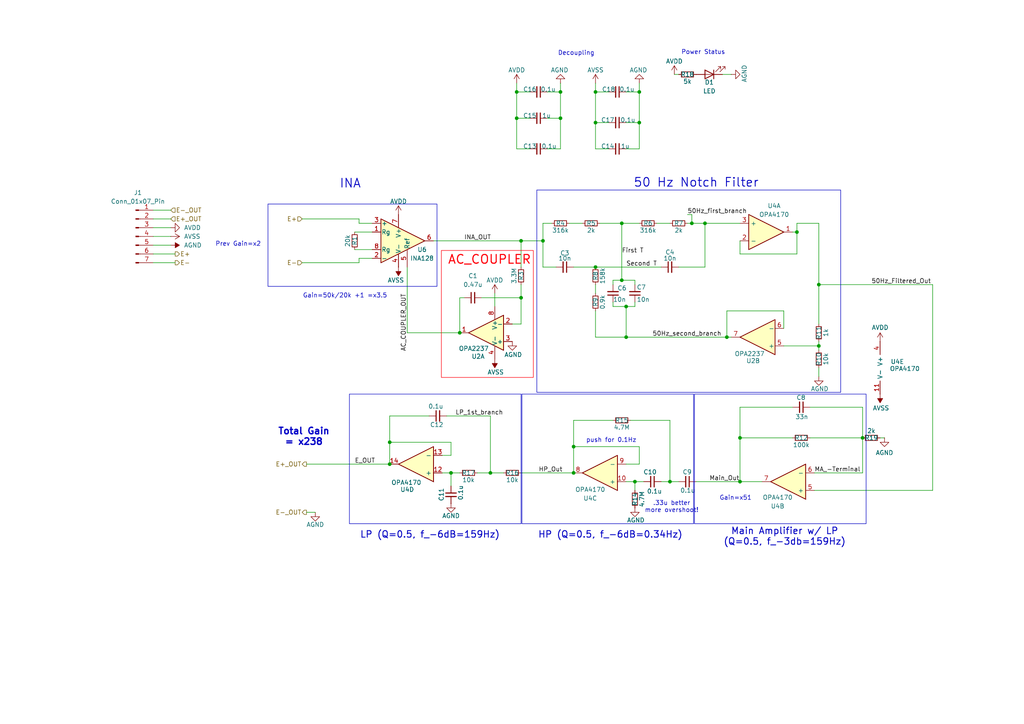
<source format=kicad_sch>
(kicad_sch
	(version 20250114)
	(generator "eeschema")
	(generator_version "9.0")
	(uuid "af4de567-cae2-4f77-ae99-18a1f928db6c")
	(paper "A4")
	(lib_symbols
		(symbol "ADS1298_EEG_LIB:AVDD"
			(power)
			(exclude_from_sim no)
			(in_bom no)
			(on_board no)
			(property "Reference" "#PWR"
				(at 0 -1.524 0)
				(effects
					(font
						(size 1.27 1.27)
					)
					(hide yes)
				)
			)
			(property "Value" "AVDD"
				(at 0.254 3.81 0)
				(effects
					(font
						(size 1.27 1.27)
					)
				)
			)
			(property "Footprint" ""
				(at 0 0 0)
				(effects
					(font
						(size 1.27 1.27)
					)
					(hide yes)
				)
			)
			(property "Datasheet" ""
				(at 0 0 0)
				(effects
					(font
						(size 1.27 1.27)
					)
					(hide yes)
				)
			)
			(property "Description" ""
				(at 0 0 0)
				(effects
					(font
						(size 1.27 1.27)
					)
					(hide yes)
				)
			)
			(symbol "AVDD_0_1"
				(polyline
					(pts
						(xy -0.762 1.27) (xy 0 2.54)
					)
					(stroke
						(width 0)
						(type default)
					)
					(fill
						(type none)
					)
				)
				(polyline
					(pts
						(xy 0 2.54) (xy 0.762 1.27)
					)
					(stroke
						(width 0)
						(type default)
					)
					(fill
						(type none)
					)
				)
				(polyline
					(pts
						(xy 0 0) (xy 0 2.54)
					)
					(stroke
						(width 0)
						(type default)
					)
					(fill
						(type none)
					)
				)
			)
			(symbol "AVDD_1_1"
				(pin power_in line
					(at 0 0 90)
					(length 2.54)
					(hide yes)
					(name "AVDD"
						(effects
							(font
								(size 1.27 1.27)
							)
						)
					)
					(number ""
						(effects
							(font
								(size 1.27 1.27)
							)
						)
					)
				)
			)
			(embedded_fonts no)
		)
		(symbol "Amplifier_Instrumentation:INA128"
			(pin_names
				(offset 0.127)
			)
			(exclude_from_sim no)
			(in_bom yes)
			(on_board yes)
			(property "Reference" "U"
				(at 3.81 3.175 0)
				(effects
					(font
						(size 1.27 1.27)
					)
					(justify left)
				)
			)
			(property "Value" "INA128"
				(at 3.81 -3.175 0)
				(effects
					(font
						(size 1.27 1.27)
					)
					(justify left)
				)
			)
			(property "Footprint" ""
				(at 2.54 0 0)
				(effects
					(font
						(size 1.27 1.27)
					)
					(hide yes)
				)
			)
			(property "Datasheet" "http://www.ti.com/lit/ds/symlink/ina128.pdf"
				(at 2.54 0 0)
				(effects
					(font
						(size 1.27 1.27)
					)
					(hide yes)
				)
			)
			(property "Description" "Precision, Low Power Instrumentation Amplifier G = 1 + 50kOhm/Rg, DIP-8/SOIC-8"
				(at 0 0 0)
				(effects
					(font
						(size 1.27 1.27)
					)
					(hide yes)
				)
			)
			(property "ki_keywords" "instrumentation opamp"
				(at 0 0 0)
				(effects
					(font
						(size 1.27 1.27)
					)
					(hide yes)
				)
			)
			(property "ki_fp_filters" "DIP*W7.62mm* SOIC*P1.27mm*"
				(at 0 0 0)
				(effects
					(font
						(size 1.27 1.27)
					)
					(hide yes)
				)
			)
			(symbol "INA128_0_1"
				(polyline
					(pts
						(xy 7.62 0) (xy -5.08 6.35) (xy -5.08 -6.35) (xy 7.62 0)
					)
					(stroke
						(width 0.254)
						(type default)
					)
					(fill
						(type background)
					)
				)
			)
			(symbol "INA128_1_1"
				(pin input line
					(at -7.62 5.08 0)
					(length 2.54)
					(name "+"
						(effects
							(font
								(size 1.27 1.27)
							)
						)
					)
					(number "3"
						(effects
							(font
								(size 1.27 1.27)
							)
						)
					)
				)
				(pin passive line
					(at -7.62 2.54 0)
					(length 2.54)
					(name "Rg"
						(effects
							(font
								(size 1.27 1.27)
							)
						)
					)
					(number "1"
						(effects
							(font
								(size 1.27 1.27)
							)
						)
					)
				)
				(pin passive line
					(at -7.62 -2.54 0)
					(length 2.54)
					(name "Rg"
						(effects
							(font
								(size 1.27 1.27)
							)
						)
					)
					(number "8"
						(effects
							(font
								(size 1.27 1.27)
							)
						)
					)
				)
				(pin input line
					(at -7.62 -5.08 0)
					(length 2.54)
					(name "-"
						(effects
							(font
								(size 1.27 1.27)
							)
						)
					)
					(number "2"
						(effects
							(font
								(size 1.27 1.27)
							)
						)
					)
				)
				(pin power_in line
					(at 0 7.62 270)
					(length 3.81)
					(name "V+"
						(effects
							(font
								(size 1.27 1.27)
							)
						)
					)
					(number "7"
						(effects
							(font
								(size 1.27 1.27)
							)
						)
					)
				)
				(pin power_in line
					(at 0 -7.62 90)
					(length 3.81)
					(name "V-"
						(effects
							(font
								(size 1.27 1.27)
							)
						)
					)
					(number "4"
						(effects
							(font
								(size 1.27 1.27)
							)
						)
					)
				)
				(pin input line
					(at 2.54 -7.62 90)
					(length 5.08)
					(name "Ref"
						(effects
							(font
								(size 1.27 1.27)
							)
						)
					)
					(number "5"
						(effects
							(font
								(size 1.27 1.27)
							)
						)
					)
				)
				(pin output line
					(at 10.16 0 180)
					(length 2.54)
					(name "~"
						(effects
							(font
								(size 1.27 1.27)
							)
						)
					)
					(number "6"
						(effects
							(font
								(size 1.27 1.27)
							)
						)
					)
				)
			)
			(embedded_fonts no)
		)
		(symbol "Amplifier_Operational:OPA2197xD"
			(pin_names
				(offset 0.127)
			)
			(exclude_from_sim no)
			(in_bom yes)
			(on_board yes)
			(property "Reference" "U"
				(at 2.54 6.35 0)
				(effects
					(font
						(size 1.27 1.27)
					)
					(justify left)
				)
			)
			(property "Value" "OPA2197xD"
				(at 2.54 3.81 0)
				(effects
					(font
						(size 1.27 1.27)
					)
					(justify left)
				)
			)
			(property "Footprint" "Package_SO:SOIC-8_3.9x4.9mm_P1.27mm"
				(at 2.54 0 0)
				(effects
					(font
						(size 1.27 1.27)
					)
					(hide yes)
				)
			)
			(property "Datasheet" "http://www.ti.com/lit/ds/symlink/opa2197.pdf"
				(at 6.35 3.81 0)
				(effects
					(font
						(size 1.27 1.27)
					)
					(hide yes)
				)
			)
			(property "Description" "Dual 36V, Precision, Rail-to-Rail Input/Output, Low Offset Voltage, Operational Amplifier, SOIC-8"
				(at 0 0 0)
				(effects
					(font
						(size 1.27 1.27)
					)
					(hide yes)
				)
			)
			(property "ki_locked" ""
				(at 0 0 0)
				(effects
					(font
						(size 1.27 1.27)
					)
				)
			)
			(property "ki_keywords" "dual opamp rtor"
				(at 0 0 0)
				(effects
					(font
						(size 1.27 1.27)
					)
					(hide yes)
				)
			)
			(property "ki_fp_filters" "SOIC*3.9x4.9mm*P1.27mm*"
				(at 0 0 0)
				(effects
					(font
						(size 1.27 1.27)
					)
					(hide yes)
				)
			)
			(symbol "OPA2197xD_1_1"
				(polyline
					(pts
						(xy 5.08 0) (xy -5.08 5.08) (xy -5.08 -5.08) (xy 5.08 0)
					)
					(stroke
						(width 0.254)
						(type default)
					)
					(fill
						(type background)
					)
				)
				(pin input line
					(at -7.62 2.54 0)
					(length 2.54)
					(name "+"
						(effects
							(font
								(size 1.27 1.27)
							)
						)
					)
					(number "3"
						(effects
							(font
								(size 1.27 1.27)
							)
						)
					)
				)
				(pin input line
					(at -7.62 -2.54 0)
					(length 2.54)
					(name "-"
						(effects
							(font
								(size 1.27 1.27)
							)
						)
					)
					(number "2"
						(effects
							(font
								(size 1.27 1.27)
							)
						)
					)
				)
				(pin output line
					(at 7.62 0 180)
					(length 2.54)
					(name "~"
						(effects
							(font
								(size 1.27 1.27)
							)
						)
					)
					(number "1"
						(effects
							(font
								(size 1.27 1.27)
							)
						)
					)
				)
			)
			(symbol "OPA2197xD_2_1"
				(polyline
					(pts
						(xy 5.08 0) (xy -5.08 5.08) (xy -5.08 -5.08) (xy 5.08 0)
					)
					(stroke
						(width 0.254)
						(type default)
					)
					(fill
						(type background)
					)
				)
				(pin input line
					(at -7.62 2.54 0)
					(length 2.54)
					(name "+"
						(effects
							(font
								(size 1.27 1.27)
							)
						)
					)
					(number "5"
						(effects
							(font
								(size 1.27 1.27)
							)
						)
					)
				)
				(pin input line
					(at -7.62 -2.54 0)
					(length 2.54)
					(name "-"
						(effects
							(font
								(size 1.27 1.27)
							)
						)
					)
					(number "6"
						(effects
							(font
								(size 1.27 1.27)
							)
						)
					)
				)
				(pin output line
					(at 7.62 0 180)
					(length 2.54)
					(name "~"
						(effects
							(font
								(size 1.27 1.27)
							)
						)
					)
					(number "7"
						(effects
							(font
								(size 1.27 1.27)
							)
						)
					)
				)
			)
			(symbol "OPA2197xD_3_1"
				(pin power_in line
					(at 0 7.62 270)
					(length 3.81)
					(name "V+"
						(effects
							(font
								(size 1.27 1.27)
							)
						)
					)
					(number "8"
						(effects
							(font
								(size 1.27 1.27)
							)
						)
					)
				)
				(pin power_in line
					(at 0 -7.62 90)
					(length 3.81)
					(name "V-"
						(effects
							(font
								(size 1.27 1.27)
							)
						)
					)
					(number "4"
						(effects
							(font
								(size 1.27 1.27)
							)
						)
					)
				)
			)
			(embedded_fonts no)
		)
		(symbol "Amplifier_Operational:OPA4197xD"
			(exclude_from_sim no)
			(in_bom yes)
			(on_board yes)
			(property "Reference" "U"
				(at 0 3.81 0)
				(effects
					(font
						(size 1.27 1.27)
					)
					(justify left)
				)
			)
			(property "Value" "OPA4197xD"
				(at 0 -3.81 0)
				(effects
					(font
						(size 1.27 1.27)
					)
					(justify left)
				)
			)
			(property "Footprint" "Package_SO:SOIC-14_3.9x8.7mm_P1.27mm"
				(at 0 0 0)
				(effects
					(font
						(size 1.27 1.27)
					)
					(hide yes)
				)
			)
			(property "Datasheet" "http://www.ti.com/lit/ds/symlink/opa4197.pdf"
				(at 0 0 0)
				(effects
					(font
						(size 1.27 1.27)
					)
					(hide yes)
				)
			)
			(property "Description" "Quad 36V, Precision, Rail-to-Rail Input/Output, Low Offset Voltage, Operational Amplifier, SOIC-14"
				(at 0 0 0)
				(effects
					(font
						(size 1.27 1.27)
					)
					(hide yes)
				)
			)
			(property "ki_locked" ""
				(at 0 0 0)
				(effects
					(font
						(size 1.27 1.27)
					)
				)
			)
			(property "ki_keywords" "quad opamp rtor"
				(at 0 0 0)
				(effects
					(font
						(size 1.27 1.27)
					)
					(hide yes)
				)
			)
			(property "ki_fp_filters" "SOIC*3.9x8.7mm*P1.27mm*"
				(at 0 0 0)
				(effects
					(font
						(size 1.27 1.27)
					)
					(hide yes)
				)
			)
			(symbol "OPA4197xD_1_1"
				(polyline
					(pts
						(xy -5.08 5.08) (xy 5.08 0) (xy -5.08 -5.08) (xy -5.08 5.08)
					)
					(stroke
						(width 0.254)
						(type default)
					)
					(fill
						(type background)
					)
				)
				(pin input line
					(at -7.62 2.54 0)
					(length 2.54)
					(name "+"
						(effects
							(font
								(size 1.27 1.27)
							)
						)
					)
					(number "3"
						(effects
							(font
								(size 1.27 1.27)
							)
						)
					)
				)
				(pin input line
					(at -7.62 -2.54 0)
					(length 2.54)
					(name "-"
						(effects
							(font
								(size 1.27 1.27)
							)
						)
					)
					(number "2"
						(effects
							(font
								(size 1.27 1.27)
							)
						)
					)
				)
				(pin output line
					(at 7.62 0 180)
					(length 2.54)
					(name "~"
						(effects
							(font
								(size 1.27 1.27)
							)
						)
					)
					(number "1"
						(effects
							(font
								(size 1.27 1.27)
							)
						)
					)
				)
			)
			(symbol "OPA4197xD_2_1"
				(polyline
					(pts
						(xy -5.08 5.08) (xy 5.08 0) (xy -5.08 -5.08) (xy -5.08 5.08)
					)
					(stroke
						(width 0.254)
						(type default)
					)
					(fill
						(type background)
					)
				)
				(pin input line
					(at -7.62 2.54 0)
					(length 2.54)
					(name "+"
						(effects
							(font
								(size 1.27 1.27)
							)
						)
					)
					(number "5"
						(effects
							(font
								(size 1.27 1.27)
							)
						)
					)
				)
				(pin input line
					(at -7.62 -2.54 0)
					(length 2.54)
					(name "-"
						(effects
							(font
								(size 1.27 1.27)
							)
						)
					)
					(number "6"
						(effects
							(font
								(size 1.27 1.27)
							)
						)
					)
				)
				(pin output line
					(at 7.62 0 180)
					(length 2.54)
					(name "~"
						(effects
							(font
								(size 1.27 1.27)
							)
						)
					)
					(number "7"
						(effects
							(font
								(size 1.27 1.27)
							)
						)
					)
				)
			)
			(symbol "OPA4197xD_3_1"
				(polyline
					(pts
						(xy -5.08 5.08) (xy 5.08 0) (xy -5.08 -5.08) (xy -5.08 5.08)
					)
					(stroke
						(width 0.254)
						(type default)
					)
					(fill
						(type background)
					)
				)
				(pin input line
					(at -7.62 2.54 0)
					(length 2.54)
					(name "+"
						(effects
							(font
								(size 1.27 1.27)
							)
						)
					)
					(number "10"
						(effects
							(font
								(size 1.27 1.27)
							)
						)
					)
				)
				(pin input line
					(at -7.62 -2.54 0)
					(length 2.54)
					(name "-"
						(effects
							(font
								(size 1.27 1.27)
							)
						)
					)
					(number "9"
						(effects
							(font
								(size 1.27 1.27)
							)
						)
					)
				)
				(pin output line
					(at 7.62 0 180)
					(length 2.54)
					(name "~"
						(effects
							(font
								(size 1.27 1.27)
							)
						)
					)
					(number "8"
						(effects
							(font
								(size 1.27 1.27)
							)
						)
					)
				)
			)
			(symbol "OPA4197xD_4_1"
				(polyline
					(pts
						(xy -5.08 5.08) (xy 5.08 0) (xy -5.08 -5.08) (xy -5.08 5.08)
					)
					(stroke
						(width 0.254)
						(type default)
					)
					(fill
						(type background)
					)
				)
				(pin input line
					(at -7.62 2.54 0)
					(length 2.54)
					(name "+"
						(effects
							(font
								(size 1.27 1.27)
							)
						)
					)
					(number "12"
						(effects
							(font
								(size 1.27 1.27)
							)
						)
					)
				)
				(pin input line
					(at -7.62 -2.54 0)
					(length 2.54)
					(name "-"
						(effects
							(font
								(size 1.27 1.27)
							)
						)
					)
					(number "13"
						(effects
							(font
								(size 1.27 1.27)
							)
						)
					)
				)
				(pin output line
					(at 7.62 0 180)
					(length 2.54)
					(name "~"
						(effects
							(font
								(size 1.27 1.27)
							)
						)
					)
					(number "14"
						(effects
							(font
								(size 1.27 1.27)
							)
						)
					)
				)
			)
			(symbol "OPA4197xD_5_1"
				(pin power_in line
					(at -2.54 7.62 270)
					(length 3.81)
					(name "V+"
						(effects
							(font
								(size 1.27 1.27)
							)
						)
					)
					(number "4"
						(effects
							(font
								(size 1.27 1.27)
							)
						)
					)
				)
				(pin power_in line
					(at -2.54 -7.62 90)
					(length 3.81)
					(name "V-"
						(effects
							(font
								(size 1.27 1.27)
							)
						)
					)
					(number "11"
						(effects
							(font
								(size 1.27 1.27)
							)
						)
					)
				)
			)
			(embedded_fonts no)
		)
		(symbol "Connector:Conn_01x07_Pin"
			(pin_names
				(offset 1.016)
				(hide yes)
			)
			(exclude_from_sim no)
			(in_bom yes)
			(on_board yes)
			(property "Reference" "J"
				(at 0 10.16 0)
				(effects
					(font
						(size 1.27 1.27)
					)
				)
			)
			(property "Value" "Conn_01x07_Pin"
				(at 0 -10.16 0)
				(effects
					(font
						(size 1.27 1.27)
					)
				)
			)
			(property "Footprint" ""
				(at 0 0 0)
				(effects
					(font
						(size 1.27 1.27)
					)
					(hide yes)
				)
			)
			(property "Datasheet" "~"
				(at 0 0 0)
				(effects
					(font
						(size 1.27 1.27)
					)
					(hide yes)
				)
			)
			(property "Description" "Generic connector, single row, 01x07, script generated"
				(at 0 0 0)
				(effects
					(font
						(size 1.27 1.27)
					)
					(hide yes)
				)
			)
			(property "ki_locked" ""
				(at 0 0 0)
				(effects
					(font
						(size 1.27 1.27)
					)
				)
			)
			(property "ki_keywords" "connector"
				(at 0 0 0)
				(effects
					(font
						(size 1.27 1.27)
					)
					(hide yes)
				)
			)
			(property "ki_fp_filters" "Connector*:*_1x??_*"
				(at 0 0 0)
				(effects
					(font
						(size 1.27 1.27)
					)
					(hide yes)
				)
			)
			(symbol "Conn_01x07_Pin_1_1"
				(rectangle
					(start 0.8636 7.747)
					(end 0 7.493)
					(stroke
						(width 0.1524)
						(type default)
					)
					(fill
						(type outline)
					)
				)
				(rectangle
					(start 0.8636 5.207)
					(end 0 4.953)
					(stroke
						(width 0.1524)
						(type default)
					)
					(fill
						(type outline)
					)
				)
				(rectangle
					(start 0.8636 2.667)
					(end 0 2.413)
					(stroke
						(width 0.1524)
						(type default)
					)
					(fill
						(type outline)
					)
				)
				(rectangle
					(start 0.8636 0.127)
					(end 0 -0.127)
					(stroke
						(width 0.1524)
						(type default)
					)
					(fill
						(type outline)
					)
				)
				(rectangle
					(start 0.8636 -2.413)
					(end 0 -2.667)
					(stroke
						(width 0.1524)
						(type default)
					)
					(fill
						(type outline)
					)
				)
				(rectangle
					(start 0.8636 -4.953)
					(end 0 -5.207)
					(stroke
						(width 0.1524)
						(type default)
					)
					(fill
						(type outline)
					)
				)
				(rectangle
					(start 0.8636 -7.493)
					(end 0 -7.747)
					(stroke
						(width 0.1524)
						(type default)
					)
					(fill
						(type outline)
					)
				)
				(polyline
					(pts
						(xy 1.27 7.62) (xy 0.8636 7.62)
					)
					(stroke
						(width 0.1524)
						(type default)
					)
					(fill
						(type none)
					)
				)
				(polyline
					(pts
						(xy 1.27 5.08) (xy 0.8636 5.08)
					)
					(stroke
						(width 0.1524)
						(type default)
					)
					(fill
						(type none)
					)
				)
				(polyline
					(pts
						(xy 1.27 2.54) (xy 0.8636 2.54)
					)
					(stroke
						(width 0.1524)
						(type default)
					)
					(fill
						(type none)
					)
				)
				(polyline
					(pts
						(xy 1.27 0) (xy 0.8636 0)
					)
					(stroke
						(width 0.1524)
						(type default)
					)
					(fill
						(type none)
					)
				)
				(polyline
					(pts
						(xy 1.27 -2.54) (xy 0.8636 -2.54)
					)
					(stroke
						(width 0.1524)
						(type default)
					)
					(fill
						(type none)
					)
				)
				(polyline
					(pts
						(xy 1.27 -5.08) (xy 0.8636 -5.08)
					)
					(stroke
						(width 0.1524)
						(type default)
					)
					(fill
						(type none)
					)
				)
				(polyline
					(pts
						(xy 1.27 -7.62) (xy 0.8636 -7.62)
					)
					(stroke
						(width 0.1524)
						(type default)
					)
					(fill
						(type none)
					)
				)
				(pin passive line
					(at 5.08 7.62 180)
					(length 3.81)
					(name "Pin_1"
						(effects
							(font
								(size 1.27 1.27)
							)
						)
					)
					(number "1"
						(effects
							(font
								(size 1.27 1.27)
							)
						)
					)
				)
				(pin passive line
					(at 5.08 5.08 180)
					(length 3.81)
					(name "Pin_2"
						(effects
							(font
								(size 1.27 1.27)
							)
						)
					)
					(number "2"
						(effects
							(font
								(size 1.27 1.27)
							)
						)
					)
				)
				(pin passive line
					(at 5.08 2.54 180)
					(length 3.81)
					(name "Pin_3"
						(effects
							(font
								(size 1.27 1.27)
							)
						)
					)
					(number "3"
						(effects
							(font
								(size 1.27 1.27)
							)
						)
					)
				)
				(pin passive line
					(at 5.08 0 180)
					(length 3.81)
					(name "Pin_4"
						(effects
							(font
								(size 1.27 1.27)
							)
						)
					)
					(number "4"
						(effects
							(font
								(size 1.27 1.27)
							)
						)
					)
				)
				(pin passive line
					(at 5.08 -2.54 180)
					(length 3.81)
					(name "Pin_5"
						(effects
							(font
								(size 1.27 1.27)
							)
						)
					)
					(number "5"
						(effects
							(font
								(size 1.27 1.27)
							)
						)
					)
				)
				(pin passive line
					(at 5.08 -5.08 180)
					(length 3.81)
					(name "Pin_6"
						(effects
							(font
								(size 1.27 1.27)
							)
						)
					)
					(number "6"
						(effects
							(font
								(size 1.27 1.27)
							)
						)
					)
				)
				(pin passive line
					(at 5.08 -7.62 180)
					(length 3.81)
					(name "Pin_7"
						(effects
							(font
								(size 1.27 1.27)
							)
						)
					)
					(number "7"
						(effects
							(font
								(size 1.27 1.27)
							)
						)
					)
				)
			)
			(embedded_fonts no)
		)
		(symbol "Device:C_Small"
			(pin_numbers
				(hide yes)
			)
			(pin_names
				(offset 0.254)
				(hide yes)
			)
			(exclude_from_sim no)
			(in_bom yes)
			(on_board yes)
			(property "Reference" "C"
				(at 0.254 1.778 0)
				(effects
					(font
						(size 1.27 1.27)
					)
					(justify left)
				)
			)
			(property "Value" "C_Small"
				(at 0.254 -2.032 0)
				(effects
					(font
						(size 1.27 1.27)
					)
					(justify left)
				)
			)
			(property "Footprint" ""
				(at 0 0 0)
				(effects
					(font
						(size 1.27 1.27)
					)
					(hide yes)
				)
			)
			(property "Datasheet" "~"
				(at 0 0 0)
				(effects
					(font
						(size 1.27 1.27)
					)
					(hide yes)
				)
			)
			(property "Description" "Unpolarized capacitor, small symbol"
				(at 0 0 0)
				(effects
					(font
						(size 1.27 1.27)
					)
					(hide yes)
				)
			)
			(property "ki_keywords" "capacitor cap"
				(at 0 0 0)
				(effects
					(font
						(size 1.27 1.27)
					)
					(hide yes)
				)
			)
			(property "ki_fp_filters" "C_*"
				(at 0 0 0)
				(effects
					(font
						(size 1.27 1.27)
					)
					(hide yes)
				)
			)
			(symbol "C_Small_0_1"
				(polyline
					(pts
						(xy -1.524 0.508) (xy 1.524 0.508)
					)
					(stroke
						(width 0.3048)
						(type default)
					)
					(fill
						(type none)
					)
				)
				(polyline
					(pts
						(xy -1.524 -0.508) (xy 1.524 -0.508)
					)
					(stroke
						(width 0.3302)
						(type default)
					)
					(fill
						(type none)
					)
				)
			)
			(symbol "C_Small_1_1"
				(pin passive line
					(at 0 2.54 270)
					(length 2.032)
					(name "~"
						(effects
							(font
								(size 1.27 1.27)
							)
						)
					)
					(number "1"
						(effects
							(font
								(size 1.27 1.27)
							)
						)
					)
				)
				(pin passive line
					(at 0 -2.54 90)
					(length 2.032)
					(name "~"
						(effects
							(font
								(size 1.27 1.27)
							)
						)
					)
					(number "2"
						(effects
							(font
								(size 1.27 1.27)
							)
						)
					)
				)
			)
			(embedded_fonts no)
		)
		(symbol "Device:LED"
			(pin_numbers
				(hide yes)
			)
			(pin_names
				(offset 1.016)
				(hide yes)
			)
			(exclude_from_sim no)
			(in_bom yes)
			(on_board yes)
			(property "Reference" "D"
				(at 0 2.54 0)
				(effects
					(font
						(size 1.27 1.27)
					)
				)
			)
			(property "Value" "LED"
				(at 0 -2.54 0)
				(effects
					(font
						(size 1.27 1.27)
					)
				)
			)
			(property "Footprint" ""
				(at 0 0 0)
				(effects
					(font
						(size 1.27 1.27)
					)
					(hide yes)
				)
			)
			(property "Datasheet" "~"
				(at 0 0 0)
				(effects
					(font
						(size 1.27 1.27)
					)
					(hide yes)
				)
			)
			(property "Description" "Light emitting diode"
				(at 0 0 0)
				(effects
					(font
						(size 1.27 1.27)
					)
					(hide yes)
				)
			)
			(property "Sim.Pins" "1=K 2=A"
				(at 0 0 0)
				(effects
					(font
						(size 1.27 1.27)
					)
					(hide yes)
				)
			)
			(property "ki_keywords" "LED diode"
				(at 0 0 0)
				(effects
					(font
						(size 1.27 1.27)
					)
					(hide yes)
				)
			)
			(property "ki_fp_filters" "LED* LED_SMD:* LED_THT:*"
				(at 0 0 0)
				(effects
					(font
						(size 1.27 1.27)
					)
					(hide yes)
				)
			)
			(symbol "LED_0_1"
				(polyline
					(pts
						(xy -3.048 -0.762) (xy -4.572 -2.286) (xy -3.81 -2.286) (xy -4.572 -2.286) (xy -4.572 -1.524)
					)
					(stroke
						(width 0)
						(type default)
					)
					(fill
						(type none)
					)
				)
				(polyline
					(pts
						(xy -1.778 -0.762) (xy -3.302 -2.286) (xy -2.54 -2.286) (xy -3.302 -2.286) (xy -3.302 -1.524)
					)
					(stroke
						(width 0)
						(type default)
					)
					(fill
						(type none)
					)
				)
				(polyline
					(pts
						(xy -1.27 0) (xy 1.27 0)
					)
					(stroke
						(width 0)
						(type default)
					)
					(fill
						(type none)
					)
				)
				(polyline
					(pts
						(xy -1.27 -1.27) (xy -1.27 1.27)
					)
					(stroke
						(width 0.254)
						(type default)
					)
					(fill
						(type none)
					)
				)
				(polyline
					(pts
						(xy 1.27 -1.27) (xy 1.27 1.27) (xy -1.27 0) (xy 1.27 -1.27)
					)
					(stroke
						(width 0.254)
						(type default)
					)
					(fill
						(type none)
					)
				)
			)
			(symbol "LED_1_1"
				(pin passive line
					(at -3.81 0 0)
					(length 2.54)
					(name "K"
						(effects
							(font
								(size 1.27 1.27)
							)
						)
					)
					(number "1"
						(effects
							(font
								(size 1.27 1.27)
							)
						)
					)
				)
				(pin passive line
					(at 3.81 0 180)
					(length 2.54)
					(name "A"
						(effects
							(font
								(size 1.27 1.27)
							)
						)
					)
					(number "2"
						(effects
							(font
								(size 1.27 1.27)
							)
						)
					)
				)
			)
			(embedded_fonts no)
		)
		(symbol "Device:R_Small"
			(pin_numbers
				(hide yes)
			)
			(pin_names
				(offset 0.254)
				(hide yes)
			)
			(exclude_from_sim no)
			(in_bom yes)
			(on_board yes)
			(property "Reference" "R"
				(at 0.762 0.508 0)
				(effects
					(font
						(size 1.27 1.27)
					)
					(justify left)
				)
			)
			(property "Value" "R_Small"
				(at 0.762 -1.016 0)
				(effects
					(font
						(size 1.27 1.27)
					)
					(justify left)
				)
			)
			(property "Footprint" ""
				(at 0 0 0)
				(effects
					(font
						(size 1.27 1.27)
					)
					(hide yes)
				)
			)
			(property "Datasheet" "~"
				(at 0 0 0)
				(effects
					(font
						(size 1.27 1.27)
					)
					(hide yes)
				)
			)
			(property "Description" "Resistor, small symbol"
				(at 0 0 0)
				(effects
					(font
						(size 1.27 1.27)
					)
					(hide yes)
				)
			)
			(property "ki_keywords" "R resistor"
				(at 0 0 0)
				(effects
					(font
						(size 1.27 1.27)
					)
					(hide yes)
				)
			)
			(property "ki_fp_filters" "R_*"
				(at 0 0 0)
				(effects
					(font
						(size 1.27 1.27)
					)
					(hide yes)
				)
			)
			(symbol "R_Small_0_1"
				(rectangle
					(start -0.762 1.778)
					(end 0.762 -1.778)
					(stroke
						(width 0.2032)
						(type default)
					)
					(fill
						(type none)
					)
				)
			)
			(symbol "R_Small_1_1"
				(pin passive line
					(at 0 2.54 270)
					(length 0.762)
					(name "~"
						(effects
							(font
								(size 1.27 1.27)
							)
						)
					)
					(number "1"
						(effects
							(font
								(size 1.27 1.27)
							)
						)
					)
				)
				(pin passive line
					(at 0 -2.54 90)
					(length 0.762)
					(name "~"
						(effects
							(font
								(size 1.27 1.27)
							)
						)
					)
					(number "2"
						(effects
							(font
								(size 1.27 1.27)
							)
						)
					)
				)
			)
			(embedded_fonts no)
		)
		(symbol "power:+3V3"
			(power)
			(pin_numbers
				(hide yes)
			)
			(pin_names
				(offset 0)
				(hide yes)
			)
			(exclude_from_sim no)
			(in_bom yes)
			(on_board yes)
			(property "Reference" "#PWR"
				(at 0 -4.064 0)
				(effects
					(font
						(size 1.27 1.27)
					)
					(hide yes)
				)
			)
			(property "Value" "+3V3"
				(at -0.762 3.302 0)
				(effects
					(font
						(size 1.27 1.27)
					)
				)
			)
			(property "Footprint" ""
				(at 0 0 0)
				(effects
					(font
						(size 1.27 1.27)
					)
					(hide yes)
				)
			)
			(property "Datasheet" ""
				(at 0 0 0)
				(effects
					(font
						(size 1.27 1.27)
					)
					(hide yes)
				)
			)
			(property "Description" "Power symbol creates a global label with name \"+3V3\""
				(at -0.508 0.254 0)
				(effects
					(font
						(size 1.27 1.27)
					)
					(hide yes)
				)
			)
			(property "ki_keywords" "global power"
				(at 0 0 0)
				(effects
					(font
						(size 1.27 1.27)
					)
					(hide yes)
				)
			)
			(symbol "+3V3_0_1"
				(polyline
					(pts
						(xy -0.762 1.27) (xy 0 2.54)
					)
					(stroke
						(width 0)
						(type default)
					)
					(fill
						(type none)
					)
				)
				(polyline
					(pts
						(xy 0 2.54) (xy 0.762 1.27)
					)
					(stroke
						(width 0)
						(type default)
					)
					(fill
						(type none)
					)
				)
				(polyline
					(pts
						(xy 0 0) (xy 0 2.54)
					)
					(stroke
						(width 0)
						(type default)
					)
					(fill
						(type none)
					)
				)
			)
			(symbol "+3V3_1_1"
				(pin power_in line
					(at 0 0 90)
					(length 0)
					(name "~"
						(effects
							(font
								(size 1.27 1.27)
							)
						)
					)
					(number "1"
						(effects
							(font
								(size 1.27 1.27)
							)
						)
					)
				)
			)
			(embedded_fonts no)
		)
		(symbol "power:-3V3"
			(power)
			(pin_numbers
				(hide yes)
			)
			(pin_names
				(offset 0)
				(hide yes)
			)
			(exclude_from_sim no)
			(in_bom yes)
			(on_board yes)
			(property "Reference" "#PWR"
				(at 0 -3.81 0)
				(effects
					(font
						(size 1.27 1.27)
					)
					(hide yes)
				)
			)
			(property "Value" "-3V3"
				(at 0 3.556 0)
				(effects
					(font
						(size 1.27 1.27)
					)
				)
			)
			(property "Footprint" ""
				(at 0 0 0)
				(effects
					(font
						(size 1.27 1.27)
					)
					(hide yes)
				)
			)
			(property "Datasheet" ""
				(at 0 0 0)
				(effects
					(font
						(size 1.27 1.27)
					)
					(hide yes)
				)
			)
			(property "Description" "Power symbol creates a global label with name \"-3V3\""
				(at 0 0 0)
				(effects
					(font
						(size 1.27 1.27)
					)
					(hide yes)
				)
			)
			(property "ki_keywords" "global power"
				(at 0 0 0)
				(effects
					(font
						(size 1.27 1.27)
					)
					(hide yes)
				)
			)
			(symbol "-3V3_0_0"
				(pin power_in line
					(at 0 0 90)
					(length 0)
					(name "~"
						(effects
							(font
								(size 1.27 1.27)
							)
						)
					)
					(number "1"
						(effects
							(font
								(size 1.27 1.27)
							)
						)
					)
				)
			)
			(symbol "-3V3_0_1"
				(polyline
					(pts
						(xy 0 0) (xy 0 1.27) (xy 0.762 1.27) (xy 0 2.54) (xy -0.762 1.27) (xy 0 1.27)
					)
					(stroke
						(width 0)
						(type default)
					)
					(fill
						(type outline)
					)
				)
			)
			(embedded_fonts no)
		)
		(symbol "power:GND"
			(power)
			(pin_numbers
				(hide yes)
			)
			(pin_names
				(offset 0)
				(hide yes)
			)
			(exclude_from_sim no)
			(in_bom yes)
			(on_board yes)
			(property "Reference" "#PWR"
				(at 0 -6.35 0)
				(effects
					(font
						(size 1.27 1.27)
					)
					(hide yes)
				)
			)
			(property "Value" "GND"
				(at 0 -3.81 0)
				(effects
					(font
						(size 1.27 1.27)
					)
				)
			)
			(property "Footprint" ""
				(at 0 0 0)
				(effects
					(font
						(size 1.27 1.27)
					)
					(hide yes)
				)
			)
			(property "Datasheet" ""
				(at 0 0 0)
				(effects
					(font
						(size 1.27 1.27)
					)
					(hide yes)
				)
			)
			(property "Description" "Power symbol creates a global label with name \"GND\" , ground"
				(at 0 0 0)
				(effects
					(font
						(size 1.27 1.27)
					)
					(hide yes)
				)
			)
			(property "ki_keywords" "global power"
				(at 0 0 0)
				(effects
					(font
						(size 1.27 1.27)
					)
					(hide yes)
				)
			)
			(symbol "GND_0_1"
				(polyline
					(pts
						(xy 0 0) (xy 0 -1.27) (xy 1.27 -1.27) (xy 0 -2.54) (xy -1.27 -1.27) (xy 0 -1.27)
					)
					(stroke
						(width 0)
						(type default)
					)
					(fill
						(type none)
					)
				)
			)
			(symbol "GND_1_1"
				(pin power_in line
					(at 0 0 270)
					(length 0)
					(name "~"
						(effects
							(font
								(size 1.27 1.27)
							)
						)
					)
					(number "1"
						(effects
							(font
								(size 1.27 1.27)
							)
						)
					)
				)
			)
			(embedded_fonts no)
		)
	)
	(rectangle
		(start 101.346 114.3)
		(end 151.13 151.892)
		(stroke
			(width 0)
			(type default)
		)
		(fill
			(type none)
		)
		(uuid 1a8df37c-3f4c-44b4-a9ff-a720c61edfa0)
	)
	(rectangle
		(start 151.384 114.3)
		(end 201.168 151.892)
		(stroke
			(width 0)
			(type default)
		)
		(fill
			(type none)
		)
		(uuid 377f9070-a1ab-4188-9eec-3be97a9b9593)
	)
	(rectangle
		(start 201.422 114.3)
		(end 251.206 151.892)
		(stroke
			(width 0)
			(type default)
		)
		(fill
			(type none)
		)
		(uuid 6281cd1e-4e2d-45d9-a954-ba4abc692179)
	)
	(rectangle
		(start 77.724 59.182)
		(end 126.746 83.058)
		(stroke
			(width 0)
			(type default)
		)
		(fill
			(type none)
		)
		(uuid 763b7fd9-0a89-4f69-8893-84eee1e3b1e4)
	)
	(rectangle
		(start 155.702 55.118)
		(end 243.84 113.792)
		(stroke
			(width 0)
			(type default)
		)
		(fill
			(type none)
		)
		(uuid f2e1a4ee-5ba8-4704-b222-b6ede629441f)
	)
	(rectangle
		(start 128.016 72.644)
		(end 154.686 109.474)
		(stroke
			(width 0)
			(type solid)
			(color 255 0 11 1)
		)
		(fill
			(type none)
		)
		(uuid fb5706fa-678a-4144-8eae-d40541062e16)
	)
	(text "Gain=50k/20k +1 =x3.5\n"
		(exclude_from_sim no)
		(at 100.076 85.852 0)
		(effects
			(font
				(size 1.27 1.27)
			)
		)
		(uuid "02786a99-9fdc-4182-9e51-a594f8eb8da6")
	)
	(text "push for 0.1Hz"
		(exclude_from_sim no)
		(at 177.292 127.762 0)
		(effects
			(font
				(size 1.27 1.27)
			)
		)
		(uuid "0e49d1f7-2a08-459f-9825-ea12238c466e")
	)
	(text "HP (Q=0.5, f_-6dB=0.34Hz)"
		(exclude_from_sim no)
		(at 177.038 155.194 0)
		(effects
			(font
				(size 1.905 1.905)
				(thickness 0.254)
				(bold yes)
			)
		)
		(uuid "12427d37-3cb1-4a20-ad01-ded5aabe97e9")
	)
	(text "Total Gain\n= x238"
		(exclude_from_sim no)
		(at 88.138 126.746 0)
		(effects
			(font
				(size 1.905 1.905)
				(thickness 0.381)
				(bold yes)
			)
		)
		(uuid "19a992b0-f187-4f11-ac0a-48c864c9181e")
	)
	(text "LP (Q=0.5, f_-6dB=159Hz)"
		(exclude_from_sim no)
		(at 124.714 155.194 0)
		(effects
			(font
				(size 1.905 1.905)
				(thickness 0.254)
				(bold yes)
			)
		)
		(uuid "491d25cd-f778-4771-9485-8d119829851e")
	)
	(text "Gain=x51\n"
		(exclude_from_sim no)
		(at 213.36 144.526 0)
		(effects
			(font
				(size 1.27 1.27)
			)
		)
		(uuid "60d07927-da62-40ff-b57a-73becfea4865")
	)
	(text "Power Status"
		(exclude_from_sim no)
		(at 203.962 15.24 0)
		(effects
			(font
				(size 1.27 1.27)
			)
		)
		(uuid "7954b67b-e8f8-4de9-a84a-8c6330cd4f8b")
	)
	(text "INA\n"
		(exclude_from_sim no)
		(at 101.6 53.34 0)
		(effects
			(font
				(size 2.54 2.54)
				(thickness 0.254)
				(bold yes)
			)
		)
		(uuid "7ee18088-ce8a-4a53-99ae-e79d8d87e7a0")
	)
	(text "50 Hz Notch Filter\n"
		(exclude_from_sim no)
		(at 201.93 53.086 0)
		(effects
			(font
				(size 2.54 2.54)
				(thickness 0.254)
				(bold yes)
			)
		)
		(uuid "8d594933-8aa8-417e-834c-db81563e8c80")
	)
	(text "Decoupling"
		(exclude_from_sim no)
		(at 167.132 15.494 0)
		(effects
			(font
				(size 1.27 1.27)
			)
		)
		(uuid "96811032-5e4d-4daa-a404-65c1a74449dc")
	)
	(text "Main Amplifier w/ LP\n(Q=0.5, f_-3db=159Hz)\n"
		(exclude_from_sim no)
		(at 227.584 155.702 0)
		(effects
			(font
				(size 1.905 1.905)
				(thickness 0.254)
				(bold yes)
			)
		)
		(uuid "a23af526-bb28-4d24-a084-3e04f7474706")
	)
	(text ".33u better\nmore overshoot!"
		(exclude_from_sim no)
		(at 194.818 147.066 0)
		(effects
			(font
				(size 1.27 1.27)
			)
		)
		(uuid "b5671a37-8cb6-4fda-8efc-0783de3029bc")
	)
	(text "Prev Gain=x2\n"
		(exclude_from_sim no)
		(at 69.088 70.866 0)
		(effects
			(font
				(size 1.27 1.27)
			)
		)
		(uuid "f5abc39a-5be9-4655-be5c-ef7749c382ce")
	)
	(text "AC_COUPLER"
		(exclude_from_sim no)
		(at 141.986 75.438 0)
		(effects
			(font
				(size 2.54 2.54)
				(thickness 0.3175)
				(color 255 0 8 1)
			)
		)
		(uuid "f9ea9a8d-d3ef-40cc-9dc5-422e4a242efc")
	)
	(junction
		(at 166.37 137.16)
		(diameter 0)
		(color 0 0 0 0)
		(uuid "0dc6ef69-5d75-4999-96b4-93c85805a1b1")
	)
	(junction
		(at 237.49 82.55)
		(diameter 0)
		(color 0 0 0 0)
		(uuid "1460bfd0-c409-438f-b38a-7014a7ab05dc")
	)
	(junction
		(at 194.31 139.7)
		(diameter 0)
		(color 0 0 0 0)
		(uuid "15f9f9c8-d073-4375-b2af-f36179f5b7a1")
	)
	(junction
		(at 231.14 67.31)
		(diameter 0)
		(color 0 0 0 0)
		(uuid "1ff01a75-5689-4b67-ae5a-8d4d0d34a1e5")
	)
	(junction
		(at 200.66 64.77)
		(diameter 0)
		(color 0 0 0 0)
		(uuid "21ce4c04-7a20-421d-ab2b-73b9e030fcb5")
	)
	(junction
		(at 157.48 69.85)
		(diameter 0)
		(color 0 0 0 0)
		(uuid "2b305ee8-0eb8-45f7-8ee9-17650d240db8")
	)
	(junction
		(at 151.13 86.36)
		(diameter 0)
		(color 0 0 0 0)
		(uuid "3699a3cc-7e19-4c27-961c-f34a1dfc9b01")
	)
	(junction
		(at 237.49 100.33)
		(diameter 0)
		(color 0 0 0 0)
		(uuid "3ae70323-83ea-42ef-a30f-c19d0d256678")
	)
	(junction
		(at 172.72 26.67)
		(diameter 0)
		(color 0 0 0 0)
		(uuid "507bea0c-4d10-4aae-bec2-483a4b62eda3")
	)
	(junction
		(at 130.81 137.16)
		(diameter 0)
		(color 0 0 0 0)
		(uuid "516d627b-bfd3-471a-9a4c-a53f0e0729ce")
	)
	(junction
		(at 185.42 35.56)
		(diameter 0)
		(color 0 0 0 0)
		(uuid "5250eead-076a-47e5-be00-e148f51294b5")
	)
	(junction
		(at 149.86 26.67)
		(diameter 0)
		(color 0 0 0 0)
		(uuid "6286cff1-6a41-4c3f-9b4d-4fa452a1642a")
	)
	(junction
		(at 204.47 64.77)
		(diameter 0)
		(color 0 0 0 0)
		(uuid "79e30a39-dd01-4ceb-b0e0-b3d8a44d1bd1")
	)
	(junction
		(at 181.61 88.9)
		(diameter 0)
		(color 0 0 0 0)
		(uuid "8889d727-b5f9-4aed-9396-de0ab12f9ac0")
	)
	(junction
		(at 181.61 97.79)
		(diameter 0)
		(color 0 0 0 0)
		(uuid "89df20f6-1f23-4b0d-bc47-0e6ce00d6545")
	)
	(junction
		(at 133.35 96.52)
		(diameter 0)
		(color 0 0 0 0)
		(uuid "8a39e8c2-e2c4-4337-978d-ec009b93b26f")
	)
	(junction
		(at 166.37 129.54)
		(diameter 0)
		(color 0 0 0 0)
		(uuid "95883559-71ad-4e1b-b08c-dc412189ab7c")
	)
	(junction
		(at 172.72 77.47)
		(diameter 0)
		(color 0 0 0 0)
		(uuid "98b75671-24f5-4024-980a-48aff4b7b9eb")
	)
	(junction
		(at 113.03 128.27)
		(diameter 0)
		(color 0 0 0 0)
		(uuid "a17f0474-8a25-44fd-8e7f-93ed1d9b2ff8")
	)
	(junction
		(at 151.13 69.85)
		(diameter 0)
		(color 0 0 0 0)
		(uuid "b75e70ec-82be-4526-bf8d-3af83b4a453f")
	)
	(junction
		(at 250.19 127)
		(diameter 0)
		(color 0 0 0 0)
		(uuid "be5290a3-8460-4dff-ab1b-161e2200fc0a")
	)
	(junction
		(at 172.72 35.56)
		(diameter 0)
		(color 0 0 0 0)
		(uuid "c26303fa-10c2-4896-8957-67da8baed516")
	)
	(junction
		(at 214.63 139.7)
		(diameter 0)
		(color 0 0 0 0)
		(uuid "ca7560f0-41e8-497c-88aa-6eb945a87b4e")
	)
	(junction
		(at 184.15 139.7)
		(diameter 0)
		(color 0 0 0 0)
		(uuid "cd1d71c8-51bf-454f-b067-be1a1a00c089")
	)
	(junction
		(at 180.34 64.77)
		(diameter 0)
		(color 0 0 0 0)
		(uuid "cf1f30df-eb38-41e0-b014-7cc415789673")
	)
	(junction
		(at 214.63 127)
		(diameter 0)
		(color 0 0 0 0)
		(uuid "d99fe658-7404-45e9-9ba5-40acd686a995")
	)
	(junction
		(at 149.86 34.29)
		(diameter 0)
		(color 0 0 0 0)
		(uuid "dcdceab4-e3a0-4373-9eea-1d6be472cc74")
	)
	(junction
		(at 180.34 81.28)
		(diameter 0)
		(color 0 0 0 0)
		(uuid "dd3cc9c6-52dd-4a2a-a798-b90a9bba0a1c")
	)
	(junction
		(at 142.24 137.16)
		(diameter 0)
		(color 0 0 0 0)
		(uuid "ec22c373-0907-435f-93b0-d048196c42bf")
	)
	(junction
		(at 162.56 26.67)
		(diameter 0)
		(color 0 0 0 0)
		(uuid "edfb1ebd-d02c-4998-8045-5364b50e6ccc")
	)
	(junction
		(at 185.42 26.67)
		(diameter 0)
		(color 0 0 0 0)
		(uuid "f4e80755-8079-4cc4-903f-639a0bb7beaf")
	)
	(junction
		(at 162.56 34.29)
		(diameter 0)
		(color 0 0 0 0)
		(uuid "f6023f71-e9ce-4b9e-9e19-40465cb505c4")
	)
	(junction
		(at 210.82 97.79)
		(diameter 0)
		(color 0 0 0 0)
		(uuid "f8c5a6c4-c3de-430f-9941-e2b493922a2e")
	)
	(junction
		(at 113.03 134.62)
		(diameter 0)
		(color 0 0 0 0)
		(uuid "fd868d65-136d-4453-a739-7967ca007175")
	)
	(wire
		(pts
			(xy 270.51 142.24) (xy 236.22 142.24)
		)
		(stroke
			(width 0)
			(type default)
		)
		(uuid "000519eb-e06f-4950-98d3-9263b471f5fd")
	)
	(wire
		(pts
			(xy 184.15 139.7) (xy 186.69 139.7)
		)
		(stroke
			(width 0)
			(type default)
		)
		(uuid "0080c878-64ca-47a1-a301-f6c3a0b832b2")
	)
	(wire
		(pts
			(xy 214.63 73.66) (xy 231.14 73.66)
		)
		(stroke
			(width 0)
			(type default)
		)
		(uuid "014b1ef1-92a1-47f1-90e1-858f0325d521")
	)
	(wire
		(pts
			(xy 177.8 121.92) (xy 166.37 121.92)
		)
		(stroke
			(width 0)
			(type default)
		)
		(uuid "016b8fb3-c0b0-4d35-82bd-b359f03198e3")
	)
	(wire
		(pts
			(xy 237.49 82.55) (xy 237.49 64.77)
		)
		(stroke
			(width 0)
			(type default)
		)
		(uuid "02f22713-baea-4c0a-b6d6-d08dc705e95e")
	)
	(wire
		(pts
			(xy 151.13 69.85) (xy 151.13 77.47)
		)
		(stroke
			(width 0)
			(type default)
		)
		(uuid "02fcdd26-8f97-42aa-9ab2-3d20b74aa320")
	)
	(wire
		(pts
			(xy 227.33 90.17) (xy 227.33 95.25)
		)
		(stroke
			(width 0)
			(type default)
		)
		(uuid "03a6f9d3-36ef-41f6-aa47-98fa8d9a7c4e")
	)
	(wire
		(pts
			(xy 214.63 118.11) (xy 229.87 118.11)
		)
		(stroke
			(width 0)
			(type default)
		)
		(uuid "0905654e-d1e6-4c0d-a59d-091e19460b98")
	)
	(wire
		(pts
			(xy 181.61 88.9) (xy 184.15 88.9)
		)
		(stroke
			(width 0)
			(type default)
		)
		(uuid "0a62c4ff-53ca-49da-b0d6-cde7d9cecd19")
	)
	(wire
		(pts
			(xy 151.13 86.36) (xy 151.13 93.98)
		)
		(stroke
			(width 0)
			(type default)
		)
		(uuid "0b05afa0-5528-46fb-904d-68383e85353b")
	)
	(wire
		(pts
			(xy 44.45 73.66) (xy 50.8 73.66)
		)
		(stroke
			(width 0)
			(type default)
		)
		(uuid "0b1b2509-dba9-49d1-8471-2cb64b9549ec")
	)
	(wire
		(pts
			(xy 237.49 99.06) (xy 237.49 100.33)
		)
		(stroke
			(width 0)
			(type default)
		)
		(uuid "0c1f347f-b25b-467d-bc2e-21a2c6409d5c")
	)
	(wire
		(pts
			(xy 130.81 137.16) (xy 130.81 140.97)
		)
		(stroke
			(width 0)
			(type default)
		)
		(uuid "0ddf1ca2-db57-4b83-91aa-a4b27a36017f")
	)
	(wire
		(pts
			(xy 128.27 137.16) (xy 130.81 137.16)
		)
		(stroke
			(width 0)
			(type default)
		)
		(uuid "0e81705d-e1c2-41af-b935-efd6b704ef21")
	)
	(wire
		(pts
			(xy 181.61 35.56) (xy 185.42 35.56)
		)
		(stroke
			(width 0)
			(type default)
		)
		(uuid "11adbbd4-8c8d-473b-a401-99134da912fd")
	)
	(wire
		(pts
			(xy 149.86 34.29) (xy 149.86 43.18)
		)
		(stroke
			(width 0)
			(type default)
		)
		(uuid "126dd56a-c0c0-4a22-9bff-76898ac49999")
	)
	(wire
		(pts
			(xy 180.34 64.77) (xy 185.42 64.77)
		)
		(stroke
			(width 0)
			(type default)
		)
		(uuid "12c56c7f-4c0d-4707-be4e-2918dd4f0554")
	)
	(wire
		(pts
			(xy 214.63 69.85) (xy 214.63 73.66)
		)
		(stroke
			(width 0)
			(type default)
		)
		(uuid "1362f4ac-9247-4a8c-8ae7-43ab3e14e159")
	)
	(wire
		(pts
			(xy 181.61 88.9) (xy 181.61 97.79)
		)
		(stroke
			(width 0)
			(type default)
		)
		(uuid "1a6e5f21-73cd-4e18-9858-bea537d314bc")
	)
	(wire
		(pts
			(xy 113.03 128.27) (xy 113.03 134.62)
		)
		(stroke
			(width 0)
			(type default)
		)
		(uuid "1b10c6eb-53f1-4923-8a7a-953a2460a26d")
	)
	(wire
		(pts
			(xy 142.24 137.16) (xy 146.05 137.16)
		)
		(stroke
			(width 0)
			(type default)
		)
		(uuid "1b80dd08-e19a-4262-b0e6-f3a7067268ae")
	)
	(wire
		(pts
			(xy 214.63 127) (xy 214.63 118.11)
		)
		(stroke
			(width 0)
			(type default)
		)
		(uuid "1bdeac05-9923-4a36-83a3-8a819279bdbe")
	)
	(wire
		(pts
			(xy 102.87 67.31) (xy 107.95 67.31)
		)
		(stroke
			(width 0)
			(type default)
		)
		(uuid "1be679af-50dc-4b2f-b836-ff3f2189b0ad")
	)
	(wire
		(pts
			(xy 182.88 121.92) (xy 194.31 121.92)
		)
		(stroke
			(width 0)
			(type default)
		)
		(uuid "1c49820b-2835-42aa-abf3-40fcaf1e24cb")
	)
	(wire
		(pts
			(xy 196.85 77.47) (xy 204.47 77.47)
		)
		(stroke
			(width 0)
			(type default)
		)
		(uuid "1c8beb84-80e5-46b7-a798-95bd7fa1e2cf")
	)
	(wire
		(pts
			(xy 195.58 21.59) (xy 196.85 21.59)
		)
		(stroke
			(width 0)
			(type default)
		)
		(uuid "20d7367e-baf9-4339-b02e-e8af8913e917")
	)
	(wire
		(pts
			(xy 157.48 69.85) (xy 157.48 77.47)
		)
		(stroke
			(width 0)
			(type default)
		)
		(uuid "219a0ef1-c2c6-4f88-903a-27c93d7c58dc")
	)
	(wire
		(pts
			(xy 184.15 87.63) (xy 184.15 88.9)
		)
		(stroke
			(width 0)
			(type default)
		)
		(uuid "21e7085b-2d4a-45f7-93f6-376e7fbfb67b")
	)
	(wire
		(pts
			(xy 157.48 77.47) (xy 161.29 77.47)
		)
		(stroke
			(width 0)
			(type default)
		)
		(uuid "260a6b04-a725-4351-a954-392a1e14c94b")
	)
	(wire
		(pts
			(xy 177.8 88.9) (xy 181.61 88.9)
		)
		(stroke
			(width 0)
			(type default)
		)
		(uuid "29c19ea9-33d8-4d2c-9b4a-1adf56ad4c6e")
	)
	(wire
		(pts
			(xy 173.99 64.77) (xy 180.34 64.77)
		)
		(stroke
			(width 0)
			(type default)
		)
		(uuid "2a3198b2-9fff-4e48-910b-04c117548c05")
	)
	(wire
		(pts
			(xy 166.37 121.92) (xy 166.37 129.54)
		)
		(stroke
			(width 0)
			(type default)
		)
		(uuid "2a7cbefb-4fd5-4914-801b-809cf4695d2a")
	)
	(wire
		(pts
			(xy 194.31 139.7) (xy 194.31 121.92)
		)
		(stroke
			(width 0)
			(type default)
		)
		(uuid "2af6824e-62bd-4760-bbf3-30ce05a09a0b")
	)
	(wire
		(pts
			(xy 234.95 118.11) (xy 250.19 118.11)
		)
		(stroke
			(width 0)
			(type default)
		)
		(uuid "2ba87a2a-3e60-4e05-9357-b223933766ea")
	)
	(wire
		(pts
			(xy 185.42 129.54) (xy 166.37 129.54)
		)
		(stroke
			(width 0)
			(type default)
		)
		(uuid "2cfd6bbc-ec2c-42e4-b06d-803c2e29f909")
	)
	(wire
		(pts
			(xy 204.47 64.77) (xy 204.47 77.47)
		)
		(stroke
			(width 0)
			(type default)
		)
		(uuid "2d6a7b90-2ef1-489e-b3c8-43a0e84ef705")
	)
	(wire
		(pts
			(xy 162.56 24.13) (xy 162.56 26.67)
		)
		(stroke
			(width 0)
			(type default)
		)
		(uuid "2d9f4024-f494-4219-9865-396e9069c753")
	)
	(wire
		(pts
			(xy 149.86 26.67) (xy 153.67 26.67)
		)
		(stroke
			(width 0)
			(type default)
		)
		(uuid "2f18f64d-f840-407e-8685-efe19637846d")
	)
	(wire
		(pts
			(xy 134.62 86.36) (xy 133.35 86.36)
		)
		(stroke
			(width 0)
			(type default)
		)
		(uuid "30c0d7ca-9c97-4532-9dfc-bd4dffdb2e2f")
	)
	(wire
		(pts
			(xy 270.51 82.55) (xy 270.51 142.24)
		)
		(stroke
			(width 0)
			(type default)
		)
		(uuid "3164ae23-4d5c-47ea-8018-3d6318bcd6f1")
	)
	(wire
		(pts
			(xy 149.86 34.29) (xy 153.67 34.29)
		)
		(stroke
			(width 0)
			(type default)
		)
		(uuid "32fae783-b10a-4ae2-b4aa-d080f7c1cf63")
	)
	(wire
		(pts
			(xy 151.13 93.98) (xy 148.59 93.98)
		)
		(stroke
			(width 0)
			(type default)
		)
		(uuid "3946d3a0-965b-4fa7-9bea-2e8b472fe042")
	)
	(wire
		(pts
			(xy 104.14 74.93) (xy 104.14 76.2)
		)
		(stroke
			(width 0)
			(type default)
		)
		(uuid "3b57149f-e9e6-4337-b833-fcbce11c7915")
	)
	(wire
		(pts
			(xy 181.61 26.67) (xy 185.42 26.67)
		)
		(stroke
			(width 0)
			(type default)
		)
		(uuid "3bc5b29b-5c63-4c32-a983-5515389e55d6")
	)
	(wire
		(pts
			(xy 133.35 86.36) (xy 133.35 96.52)
		)
		(stroke
			(width 0)
			(type default)
		)
		(uuid "3f590a15-ccdd-4416-9a67-3129cb48d650")
	)
	(wire
		(pts
			(xy 172.72 35.56) (xy 176.53 35.56)
		)
		(stroke
			(width 0)
			(type default)
		)
		(uuid "44dd2a6d-b440-4943-80e3-7c01229e5f67")
	)
	(wire
		(pts
			(xy 180.34 64.77) (xy 180.34 81.28)
		)
		(stroke
			(width 0)
			(type default)
		)
		(uuid "4a5f401d-11ed-4580-a640-397defacb975")
	)
	(wire
		(pts
			(xy 166.37 77.47) (xy 172.72 77.47)
		)
		(stroke
			(width 0)
			(type default)
		)
		(uuid "4e424157-2ca2-45ae-ab07-360762e3800d")
	)
	(wire
		(pts
			(xy 44.45 68.58) (xy 49.53 68.58)
		)
		(stroke
			(width 0)
			(type default)
		)
		(uuid "50841497-c08a-48b6-9cda-80ab8d42432e")
	)
	(wire
		(pts
			(xy 185.42 43.18) (xy 181.61 43.18)
		)
		(stroke
			(width 0)
			(type default)
		)
		(uuid "50bf7ffe-f864-427c-8e49-e9d445b7fab7")
	)
	(wire
		(pts
			(xy 151.13 69.85) (xy 157.48 69.85)
		)
		(stroke
			(width 0)
			(type default)
		)
		(uuid "5197dcc5-940d-4c02-830d-c3decd971977")
	)
	(wire
		(pts
			(xy 160.02 64.77) (xy 157.48 64.77)
		)
		(stroke
			(width 0)
			(type default)
		)
		(uuid "573c4e45-b0ae-4e3b-92b5-9304e6b4d67a")
	)
	(wire
		(pts
			(xy 231.14 73.66) (xy 231.14 67.31)
		)
		(stroke
			(width 0)
			(type default)
		)
		(uuid "5c30b8ba-9024-444e-a42b-79687182debd")
	)
	(wire
		(pts
			(xy 185.42 24.13) (xy 185.42 26.67)
		)
		(stroke
			(width 0)
			(type default)
		)
		(uuid "5f09f195-ef61-48be-b725-c372d0317ee8")
	)
	(wire
		(pts
			(xy 138.43 137.16) (xy 142.24 137.16)
		)
		(stroke
			(width 0)
			(type default)
		)
		(uuid "60556236-f4b3-4086-9b21-aa38f4d12022")
	)
	(wire
		(pts
			(xy 181.61 134.62) (xy 185.42 134.62)
		)
		(stroke
			(width 0)
			(type default)
		)
		(uuid "61fe440b-dbf2-4281-a371-3d5c6c5eaa95")
	)
	(wire
		(pts
			(xy 125.73 69.85) (xy 151.13 69.85)
		)
		(stroke
			(width 0)
			(type default)
		)
		(uuid "646fdd4f-b16d-4de9-ad45-b62cc110d290")
	)
	(wire
		(pts
			(xy 172.72 26.67) (xy 176.53 26.67)
		)
		(stroke
			(width 0)
			(type default)
		)
		(uuid "656a9c25-a5b8-4bd6-b15b-965cc7aff452")
	)
	(wire
		(pts
			(xy 158.75 34.29) (xy 162.56 34.29)
		)
		(stroke
			(width 0)
			(type default)
		)
		(uuid "65a7dead-0451-4d7a-90c2-c5dbaa212e77")
	)
	(wire
		(pts
			(xy 177.8 87.63) (xy 177.8 88.9)
		)
		(stroke
			(width 0)
			(type default)
		)
		(uuid "66df329c-91cc-42f6-b1d3-41117ac0d901")
	)
	(wire
		(pts
			(xy 185.42 134.62) (xy 185.42 129.54)
		)
		(stroke
			(width 0)
			(type default)
		)
		(uuid "6755aea2-7dd1-41f8-baf8-0d87d5bef22b")
	)
	(wire
		(pts
			(xy 227.33 100.33) (xy 237.49 100.33)
		)
		(stroke
			(width 0)
			(type default)
		)
		(uuid "68a3f55c-f6fa-4a53-ba6c-7cb0e882cd22")
	)
	(wire
		(pts
			(xy 172.72 35.56) (xy 172.72 43.18)
		)
		(stroke
			(width 0)
			(type default)
		)
		(uuid "6abe7ca2-6446-4c57-8eca-71e71c080711")
	)
	(wire
		(pts
			(xy 151.13 137.16) (xy 166.37 137.16)
		)
		(stroke
			(width 0)
			(type default)
		)
		(uuid "6cc4c22c-2c4d-4ee9-a20f-4b3721c4dcc7")
	)
	(wire
		(pts
			(xy 104.14 74.93) (xy 107.95 74.93)
		)
		(stroke
			(width 0)
			(type default)
		)
		(uuid "6f791b2c-762e-44db-9dab-8b74b463f438")
	)
	(wire
		(pts
			(xy 102.87 72.39) (xy 107.95 72.39)
		)
		(stroke
			(width 0)
			(type default)
		)
		(uuid "709394ff-de11-4d00-a484-29a118b27a7f")
	)
	(wire
		(pts
			(xy 184.15 81.28) (xy 184.15 82.55)
		)
		(stroke
			(width 0)
			(type default)
		)
		(uuid "7233f2ee-dcb0-4293-ba7d-e4bacc5743fa")
	)
	(wire
		(pts
			(xy 172.72 97.79) (xy 181.61 97.79)
		)
		(stroke
			(width 0)
			(type default)
		)
		(uuid "76f9f090-a970-4e5b-8497-a7643013f5d2")
	)
	(wire
		(pts
			(xy 162.56 34.29) (xy 162.56 43.18)
		)
		(stroke
			(width 0)
			(type default)
		)
		(uuid "77de7697-d3d3-4d05-bfba-46641a6a19fa")
	)
	(wire
		(pts
			(xy 172.72 26.67) (xy 172.72 35.56)
		)
		(stroke
			(width 0)
			(type default)
		)
		(uuid "79f64426-f32c-4a1d-929a-450b538fc57a")
	)
	(wire
		(pts
			(xy 118.11 96.52) (xy 133.35 96.52)
		)
		(stroke
			(width 0)
			(type default)
		)
		(uuid "7a75223d-e2e2-4d5b-ae37-d642b0e6218e")
	)
	(wire
		(pts
			(xy 200.66 64.77) (xy 204.47 64.77)
		)
		(stroke
			(width 0)
			(type default)
		)
		(uuid "7becb3ad-3811-46b3-afcc-62ce9cfbeb1c")
	)
	(wire
		(pts
			(xy 124.46 120.65) (xy 113.03 120.65)
		)
		(stroke
			(width 0)
			(type default)
		)
		(uuid "7cca3352-1f79-4428-b914-7315fd6ef951")
	)
	(wire
		(pts
			(xy 231.14 64.77) (xy 231.14 67.31)
		)
		(stroke
			(width 0)
			(type default)
		)
		(uuid "7dbf2a29-65b2-4870-a13e-551645c9199b")
	)
	(wire
		(pts
			(xy 149.86 43.18) (xy 153.67 43.18)
		)
		(stroke
			(width 0)
			(type default)
		)
		(uuid "7ff011f7-e51c-4efd-a654-c492c34fbce5")
	)
	(wire
		(pts
			(xy 172.72 77.47) (xy 191.77 77.47)
		)
		(stroke
			(width 0)
			(type default)
		)
		(uuid "820b9503-f3e6-41fd-ac64-cf3cb7391857")
	)
	(wire
		(pts
			(xy 237.49 106.68) (xy 237.49 109.22)
		)
		(stroke
			(width 0)
			(type default)
		)
		(uuid "82cc0c56-115d-48b7-8363-4db0b89b19d4")
	)
	(wire
		(pts
			(xy 229.87 127) (xy 214.63 127)
		)
		(stroke
			(width 0)
			(type default)
		)
		(uuid "83022735-3713-49a8-a440-21691dc7f8d3")
	)
	(wire
		(pts
			(xy 104.14 64.77) (xy 104.14 63.5)
		)
		(stroke
			(width 0)
			(type default)
		)
		(uuid "84d23b50-6134-4ce9-b7cf-00ff88bfd88c")
	)
	(wire
		(pts
			(xy 191.77 139.7) (xy 194.31 139.7)
		)
		(stroke
			(width 0)
			(type default)
		)
		(uuid "850503e3-c099-489a-89cd-b1928d18da61")
	)
	(wire
		(pts
			(xy 199.39 62.23) (xy 200.66 62.23)
		)
		(stroke
			(width 0)
			(type default)
		)
		(uuid "85f4f3ef-d221-475f-94e7-cfeaee389099")
	)
	(wire
		(pts
			(xy 166.37 129.54) (xy 166.37 137.16)
		)
		(stroke
			(width 0)
			(type default)
		)
		(uuid "8682fa1e-730c-4bd3-8ba8-bcc5eb4d08d1")
	)
	(wire
		(pts
			(xy 113.03 120.65) (xy 113.03 128.27)
		)
		(stroke
			(width 0)
			(type default)
		)
		(uuid "871727f0-7d01-491c-ab4a-00d10a72eff9")
	)
	(wire
		(pts
			(xy 200.66 62.23) (xy 200.66 64.77)
		)
		(stroke
			(width 0)
			(type default)
		)
		(uuid "88010b7b-3475-4cdd-a319-990513d0dfe1")
	)
	(wire
		(pts
			(xy 180.34 81.28) (xy 184.15 81.28)
		)
		(stroke
			(width 0)
			(type default)
		)
		(uuid "8822aa71-e532-450e-a71b-291f5fe09eb2")
	)
	(wire
		(pts
			(xy 250.19 127) (xy 250.19 137.16)
		)
		(stroke
			(width 0)
			(type default)
		)
		(uuid "8911ffca-f66f-480e-8048-343a233e1f4a")
	)
	(wire
		(pts
			(xy 181.61 139.7) (xy 184.15 139.7)
		)
		(stroke
			(width 0)
			(type default)
		)
		(uuid "8a901c66-a8ee-4944-906a-08f124227138")
	)
	(wire
		(pts
			(xy 118.11 77.47) (xy 118.11 96.52)
		)
		(stroke
			(width 0)
			(type default)
		)
		(uuid "8b61076d-aadc-4d9d-8c9d-35fd2d66eb43")
	)
	(wire
		(pts
			(xy 44.45 71.12) (xy 49.53 71.12)
		)
		(stroke
			(width 0)
			(type default)
		)
		(uuid "8b7fb4ae-76dd-4872-8742-14f7591790ae")
	)
	(wire
		(pts
			(xy 149.86 24.13) (xy 149.86 26.67)
		)
		(stroke
			(width 0)
			(type default)
		)
		(uuid "8c33a506-aa98-4691-bed1-80fef253fa42")
	)
	(wire
		(pts
			(xy 107.95 64.77) (xy 104.14 64.77)
		)
		(stroke
			(width 0)
			(type default)
		)
		(uuid "8e3666e8-9864-4191-b02a-f8b7e6d01e74")
	)
	(wire
		(pts
			(xy 44.45 60.96) (xy 49.53 60.96)
		)
		(stroke
			(width 0)
			(type default)
		)
		(uuid "8e97863b-3f31-41da-8acf-4a4867312051")
	)
	(wire
		(pts
			(xy 130.81 137.16) (xy 133.35 137.16)
		)
		(stroke
			(width 0)
			(type default)
		)
		(uuid "90a8e5fc-298e-415f-ae67-5254c1dd5fcb")
	)
	(wire
		(pts
			(xy 49.53 63.5) (xy 44.45 63.5)
		)
		(stroke
			(width 0)
			(type default)
		)
		(uuid "9454568c-64ba-4d51-b172-317fe269a10c")
	)
	(wire
		(pts
			(xy 142.24 120.65) (xy 129.54 120.65)
		)
		(stroke
			(width 0)
			(type default)
		)
		(uuid "9c43f404-2af1-4609-9637-c567bd20ad9d")
	)
	(wire
		(pts
			(xy 165.1 64.77) (xy 168.91 64.77)
		)
		(stroke
			(width 0)
			(type default)
		)
		(uuid "9e3bcfe8-454a-4446-a027-cd16296d13ed")
	)
	(wire
		(pts
			(xy 214.63 127) (xy 214.63 139.7)
		)
		(stroke
			(width 0)
			(type default)
		)
		(uuid "a11fcef4-4e32-4cb4-a1dc-31a23359013a")
	)
	(wire
		(pts
			(xy 91.44 148.59) (xy 88.9 148.59)
		)
		(stroke
			(width 0)
			(type default)
		)
		(uuid "a27e838e-997f-4f0b-a1fc-91ccb6ba4fd1")
	)
	(wire
		(pts
			(xy 237.49 82.55) (xy 270.51 82.55)
		)
		(stroke
			(width 0)
			(type default)
		)
		(uuid "a28f5aa3-a995-4629-8dd4-65b022e3001b")
	)
	(wire
		(pts
			(xy 44.45 66.04) (xy 49.53 66.04)
		)
		(stroke
			(width 0)
			(type default)
		)
		(uuid "a2a1a7d6-ed65-480c-8055-629b1d507f2c")
	)
	(wire
		(pts
			(xy 142.24 137.16) (xy 142.24 120.65)
		)
		(stroke
			(width 0)
			(type default)
		)
		(uuid "a3def6f8-a2eb-4de5-b426-1b3c69c2d8a0")
	)
	(wire
		(pts
			(xy 44.45 76.2) (xy 50.8 76.2)
		)
		(stroke
			(width 0)
			(type default)
		)
		(uuid "a40548ef-d587-4e0c-99d3-33299d353093")
	)
	(wire
		(pts
			(xy 149.86 26.67) (xy 149.86 34.29)
		)
		(stroke
			(width 0)
			(type default)
		)
		(uuid "a4f9ec97-edb7-4b33-8468-5cc3482f46b1")
	)
	(wire
		(pts
			(xy 172.72 24.13) (xy 172.72 26.67)
		)
		(stroke
			(width 0)
			(type default)
		)
		(uuid "a56d7e51-b8c3-4670-85ed-4264da051f3b")
	)
	(wire
		(pts
			(xy 158.75 43.18) (xy 162.56 43.18)
		)
		(stroke
			(width 0)
			(type default)
		)
		(uuid "a76808f8-66bd-432e-b7c9-bacf6ea2c425")
	)
	(wire
		(pts
			(xy 199.39 64.77) (xy 200.66 64.77)
		)
		(stroke
			(width 0)
			(type default)
		)
		(uuid "a842d102-5c24-4969-b552-9237b13d6344")
	)
	(wire
		(pts
			(xy 210.82 97.79) (xy 212.09 97.79)
		)
		(stroke
			(width 0)
			(type default)
		)
		(uuid "ab0fb32d-73ca-4912-9e37-308c2debe018")
	)
	(wire
		(pts
			(xy 130.81 132.08) (xy 130.81 128.27)
		)
		(stroke
			(width 0)
			(type default)
		)
		(uuid "b18e6bd2-2609-4361-bd8e-6f8e50d8b43f")
	)
	(wire
		(pts
			(xy 162.56 26.67) (xy 162.56 34.29)
		)
		(stroke
			(width 0)
			(type default)
		)
		(uuid "b5ff536f-ffbe-4dd3-a876-21652967bab0")
	)
	(wire
		(pts
			(xy 250.19 127) (xy 234.95 127)
		)
		(stroke
			(width 0)
			(type default)
		)
		(uuid "b76161fe-686c-4752-9d7b-afe034755de5")
	)
	(wire
		(pts
			(xy 194.31 139.7) (xy 196.85 139.7)
		)
		(stroke
			(width 0)
			(type default)
		)
		(uuid "b8403b34-dbee-467f-a47e-3b43139caaff")
	)
	(wire
		(pts
			(xy 172.72 43.18) (xy 176.53 43.18)
		)
		(stroke
			(width 0)
			(type default)
		)
		(uuid "b8475bc6-2cae-4d73-8763-ee6352804c84")
	)
	(wire
		(pts
			(xy 210.82 97.79) (xy 210.82 90.17)
		)
		(stroke
			(width 0)
			(type default)
		)
		(uuid "bb611c16-23b7-4988-91df-5751f06c379d")
	)
	(wire
		(pts
			(xy 158.75 26.67) (xy 162.56 26.67)
		)
		(stroke
			(width 0)
			(type default)
		)
		(uuid "bb8dbb78-1ee7-4977-8360-bc12b76a6197")
	)
	(wire
		(pts
			(xy 185.42 26.67) (xy 185.42 35.56)
		)
		(stroke
			(width 0)
			(type default)
		)
		(uuid "c5664e51-92e3-44cf-a683-96d96ce91d1a")
	)
	(wire
		(pts
			(xy 87.63 76.2) (xy 104.14 76.2)
		)
		(stroke
			(width 0)
			(type default)
		)
		(uuid "c9b45995-6e00-4034-8758-65ba91c8b4dc")
	)
	(wire
		(pts
			(xy 190.5 64.77) (xy 194.31 64.77)
		)
		(stroke
			(width 0)
			(type default)
		)
		(uuid "cb681c28-7339-427b-a902-6d509e21e4c1")
	)
	(wire
		(pts
			(xy 237.49 93.98) (xy 237.49 82.55)
		)
		(stroke
			(width 0)
			(type default)
		)
		(uuid "cb834856-9a72-4b5d-bf44-3149bc8bd341")
	)
	(wire
		(pts
			(xy 214.63 139.7) (xy 220.98 139.7)
		)
		(stroke
			(width 0)
			(type default)
		)
		(uuid "ce252bd5-1684-47e1-b347-8855f4afbe37")
	)
	(wire
		(pts
			(xy 201.93 139.7) (xy 214.63 139.7)
		)
		(stroke
			(width 0)
			(type default)
		)
		(uuid "ced35abe-89d2-417e-bd52-346ea7381ec5")
	)
	(wire
		(pts
			(xy 177.8 81.28) (xy 177.8 82.55)
		)
		(stroke
			(width 0)
			(type default)
		)
		(uuid "d10f3db6-4c39-4fbc-b382-e3094460e144")
	)
	(wire
		(pts
			(xy 177.8 81.28) (xy 180.34 81.28)
		)
		(stroke
			(width 0)
			(type default)
		)
		(uuid "d1762a56-e4ff-45f5-b222-0cddfead3ece")
	)
	(wire
		(pts
			(xy 237.49 100.33) (xy 237.49 101.6)
		)
		(stroke
			(width 0)
			(type default)
		)
		(uuid "d17ade18-0ddf-4ce5-9acb-78acf06b70c9")
	)
	(wire
		(pts
			(xy 157.48 64.77) (xy 157.48 69.85)
		)
		(stroke
			(width 0)
			(type default)
		)
		(uuid "d33dbb62-d78a-4c79-8183-f91bd86ebc78")
	)
	(wire
		(pts
			(xy 87.63 63.5) (xy 104.14 63.5)
		)
		(stroke
			(width 0)
			(type default)
		)
		(uuid "d3a5c375-504a-4ed6-8c53-6c8727c0bc72")
	)
	(wire
		(pts
			(xy 143.51 85.09) (xy 143.51 88.9)
		)
		(stroke
			(width 0)
			(type default)
		)
		(uuid "d3b91b5a-9b32-41c6-bb3b-47ae5203fcda")
	)
	(wire
		(pts
			(xy 184.15 139.7) (xy 184.15 142.24)
		)
		(stroke
			(width 0)
			(type default)
		)
		(uuid "d4691a70-c9b4-4dd6-9baf-a2bdda8848d1")
	)
	(wire
		(pts
			(xy 236.22 137.16) (xy 250.19 137.16)
		)
		(stroke
			(width 0)
			(type default)
		)
		(uuid "d590a039-d049-4e8d-9c34-c9765b8d7290")
	)
	(wire
		(pts
			(xy 130.81 128.27) (xy 113.03 128.27)
		)
		(stroke
			(width 0)
			(type default)
		)
		(uuid "db63786c-c65f-4124-8d7b-f27dfb74b0a5")
	)
	(wire
		(pts
			(xy 181.61 97.79) (xy 210.82 97.79)
		)
		(stroke
			(width 0)
			(type default)
		)
		(uuid "dcb4b26d-8e7b-4e3b-a456-b5fbcb1b0ccc")
	)
	(wire
		(pts
			(xy 231.14 67.31) (xy 229.87 67.31)
		)
		(stroke
			(width 0)
			(type default)
		)
		(uuid "e0b6dda4-f719-4ee8-979a-8016664f3e13")
	)
	(wire
		(pts
			(xy 250.19 118.11) (xy 250.19 127)
		)
		(stroke
			(width 0)
			(type default)
		)
		(uuid "e56cc641-33a1-400c-8ca6-50845b52ada5")
	)
	(wire
		(pts
			(xy 237.49 64.77) (xy 231.14 64.77)
		)
		(stroke
			(width 0)
			(type default)
		)
		(uuid "e60bfe53-f5f1-4d2f-864c-ba1cdea4d5fb")
	)
	(wire
		(pts
			(xy 209.55 21.59) (xy 212.09 21.59)
		)
		(stroke
			(width 0)
			(type default)
		)
		(uuid "e7bfe704-b9bc-484a-9103-a234dfdbf10d")
	)
	(wire
		(pts
			(xy 172.72 82.55) (xy 172.72 85.09)
		)
		(stroke
			(width 0)
			(type default)
		)
		(uuid "e7df1f87-c3ba-484b-9787-dda09b4554fa")
	)
	(wire
		(pts
			(xy 88.9 134.62) (xy 113.03 134.62)
		)
		(stroke
			(width 0)
			(type default)
		)
		(uuid "ec08037e-b0d5-4a4f-b12b-d061ce9ab1e9")
	)
	(wire
		(pts
			(xy 172.72 90.17) (xy 172.72 97.79)
		)
		(stroke
			(width 0)
			(type default)
		)
		(uuid "ec775c7a-00d8-42e2-a51f-48fd68c099cc")
	)
	(wire
		(pts
			(xy 185.42 35.56) (xy 185.42 43.18)
		)
		(stroke
			(width 0)
			(type default)
		)
		(uuid "edb26e23-6d1d-44c9-be3c-e87b87834d25")
	)
	(wire
		(pts
			(xy 151.13 82.55) (xy 151.13 86.36)
		)
		(stroke
			(width 0)
			(type default)
		)
		(uuid "f071fa33-36f6-44b8-9e6a-582027217d83")
	)
	(wire
		(pts
			(xy 256.54 127) (xy 255.27 127)
		)
		(stroke
			(width 0)
			(type default)
		)
		(uuid "f2314649-cf11-4064-b7a2-8f94ebd1e860")
	)
	(wire
		(pts
			(xy 139.7 86.36) (xy 151.13 86.36)
		)
		(stroke
			(width 0)
			(type default)
		)
		(uuid "f2d223fd-0980-470d-bf16-ca7fb9a90cf4")
	)
	(wire
		(pts
			(xy 128.27 132.08) (xy 130.81 132.08)
		)
		(stroke
			(width 0)
			(type default)
		)
		(uuid "f36490e5-91bd-455d-83fb-4f71ef058730")
	)
	(wire
		(pts
			(xy 204.47 64.77) (xy 214.63 64.77)
		)
		(stroke
			(width 0)
			(type default)
		)
		(uuid "f5d87d73-8be7-40c0-805b-ab1f6a41ddf2")
	)
	(wire
		(pts
			(xy 210.82 90.17) (xy 227.33 90.17)
		)
		(stroke
			(width 0)
			(type default)
		)
		(uuid "fa9eb77a-a790-454e-bd86-922461ffb513")
	)
	(label "LP_1st_branch"
		(at 132.08 120.65 0)
		(effects
			(font
				(size 1.27 1.27)
			)
			(justify left bottom)
		)
		(uuid "32a0d749-2881-472f-a576-695d38249596")
	)
	(label "INA_OUT"
		(at 134.62 69.85 0)
		(effects
			(font
				(size 1.27 1.27)
			)
			(justify left bottom)
		)
		(uuid "7045c4f3-027c-4d19-b3eb-ac7a665d574e")
	)
	(label "Main_Out"
		(at 205.74 139.7 0)
		(effects
			(font
				(size 1.27 1.27)
			)
			(justify left bottom)
		)
		(uuid "9c20cd9f-b7fe-47b2-9738-a458887aff43")
	)
	(label "50Hz_first_branch"
		(at 199.39 62.23 0)
		(effects
			(font
				(size 1.27 1.27)
			)
			(justify left bottom)
		)
		(uuid "a82057c3-ef28-42e6-be2a-a9536fff9409")
	)
	(label "MA_-Terminal"
		(at 236.22 137.16 0)
		(effects
			(font
				(size 1.27 1.27)
			)
			(justify left bottom)
		)
		(uuid "baeeec6f-a722-449a-a206-856bc32d2944")
	)
	(label "AC_COUPLER_OUT"
		(at 118.11 85.09 270)
		(effects
			(font
				(size 1.27 1.27)
			)
			(justify right bottom)
		)
		(uuid "d83fe01b-0e9a-44dd-91fc-39f0fee14033")
	)
	(label "E_OUT"
		(at 102.87 134.62 0)
		(effects
			(font
				(size 1.27 1.27)
			)
			(justify left bottom)
		)
		(uuid "ddb55ddd-92ea-4e4f-b986-d3ba1cf1d731")
	)
	(label "Second T"
		(at 181.61 77.47 0)
		(effects
			(font
				(size 1.27 1.27)
			)
			(justify left bottom)
		)
		(uuid "e202fb78-0f06-435e-9737-ac1e5f9ea9d1")
	)
	(label "50Hz_Filtered_Out"
		(at 252.73 82.55 0)
		(effects
			(font
				(size 1.27 1.27)
			)
			(justify left bottom)
		)
		(uuid "ef418065-ed42-44b3-ab0b-9ea9979908a0")
	)
	(label "HP_Out"
		(at 156.21 137.16 0)
		(effects
			(font
				(size 1.27 1.27)
			)
			(justify left bottom)
		)
		(uuid "f190e067-90eb-454f-a061-c9ccb0c64e09")
	)
	(label "50Hz_second_branch"
		(at 189.23 97.79 0)
		(effects
			(font
				(size 1.27 1.27)
			)
			(justify left bottom)
		)
		(uuid "f5a42b04-043a-480c-9461-8c9753441132")
	)
	(label "First T"
		(at 180.34 73.66 0)
		(effects
			(font
				(size 1.27 1.27)
			)
			(justify left bottom)
		)
		(uuid "fb528ce1-1fe8-474b-8ba4-227fb2e9905a")
	)
	(hierarchical_label "E+"
		(shape output)
		(at 50.8 73.66 0)
		(effects
			(font
				(size 1.27 1.27)
			)
			(justify left)
		)
		(uuid "06ceab71-1432-4698-9b78-f48505cd82de")
	)
	(hierarchical_label "E+_OUT"
		(shape output)
		(at 88.9 134.62 180)
		(effects
			(font
				(size 1.27 1.27)
			)
			(justify right)
		)
		(uuid "528789b5-eaf4-4837-81a7-540651ad12f3")
	)
	(hierarchical_label "E-_OUT"
		(shape output)
		(at 88.9 148.59 180)
		(effects
			(font
				(size 1.27 1.27)
			)
			(justify right)
		)
		(uuid "60dc5961-e7b1-4d88-ad4b-44b6ced77f88")
	)
	(hierarchical_label "E-"
		(shape output)
		(at 50.8 76.2 0)
		(effects
			(font
				(size 1.27 1.27)
			)
			(justify left)
		)
		(uuid "77fd9288-30b7-481f-ad76-139904665ef7")
	)
	(hierarchical_label "E+"
		(shape input)
		(at 87.63 63.5 180)
		(effects
			(font
				(size 1.27 1.27)
			)
			(justify right)
		)
		(uuid "82efb2c9-eeef-4c18-b5ad-2e20fd89486b")
	)
	(hierarchical_label "E+_OUT"
		(shape input)
		(at 49.53 63.5 0)
		(effects
			(font
				(size 1.27 1.27)
			)
			(justify left)
		)
		(uuid "97a39dbf-df78-447f-b0b8-773af9d9a7cc")
	)
	(hierarchical_label "E-"
		(shape input)
		(at 87.63 76.2 180)
		(effects
			(font
				(size 1.27 1.27)
			)
			(justify right)
		)
		(uuid "f4693c6d-c396-475e-ade5-29fbc758fd20")
	)
	(hierarchical_label "E-_OUT"
		(shape input)
		(at 49.53 60.96 0)
		(effects
			(font
				(size 1.27 1.27)
			)
			(justify left)
		)
		(uuid "fcffaba8-8ba9-4e54-a900-f4cda11b8ec8")
	)
	(symbol
		(lib_id "Device:R_Small")
		(at 237.49 104.14 0)
		(unit 1)
		(exclude_from_sim no)
		(in_bom yes)
		(on_board yes)
		(dnp no)
		(uuid "0254bdea-474c-4ffc-bad0-186fac61d045")
		(property "Reference" "R10"
			(at 237.49 104.14 90)
			(effects
				(font
					(size 1.27 1.27)
				)
			)
		)
		(property "Value" "10k"
			(at 239.522 104.14 90)
			(effects
				(font
					(size 1.27 1.27)
				)
			)
		)
		(property "Footprint" "Resistor_SMD:R_0805_2012Metric"
			(at 237.49 104.14 0)
			(effects
				(font
					(size 1.27 1.27)
				)
				(hide yes)
			)
		)
		(property "Datasheet" "~"
			(at 237.49 104.14 0)
			(effects
				(font
					(size 1.27 1.27)
				)
				(hide yes)
			)
		)
		(property "Description" "Resistor, small symbol"
			(at 237.49 104.14 0)
			(effects
				(font
					(size 1.27 1.27)
				)
				(hide yes)
			)
		)
		(pin "2"
			(uuid "75c18041-f50b-4a7a-b75f-77cc7c0a0199")
		)
		(pin "1"
			(uuid "521cf85a-f29f-4b70-96c6-1597b16df73e")
		)
		(instances
			(project "Modular_Filter_kicad"
				(path "/af4de567-cae2-4f77-ae99-18a1f928db6c"
					(reference "R10")
					(unit 1)
				)
			)
		)
	)
	(symbol
		(lib_id "Device:R_Small")
		(at 148.59 137.16 270)
		(unit 1)
		(exclude_from_sim no)
		(in_bom yes)
		(on_board yes)
		(dnp no)
		(uuid "0914e8aa-2ce5-4cf6-a85f-b0677f93fa62")
		(property "Reference" "R16"
			(at 148.59 137.16 90)
			(effects
				(font
					(size 1.27 1.27)
				)
			)
		)
		(property "Value" "10k"
			(at 148.59 139.192 90)
			(effects
				(font
					(size 1.27 1.27)
				)
			)
		)
		(property "Footprint" "Resistor_SMD:R_0805_2012Metric"
			(at 148.59 137.16 0)
			(effects
				(font
					(size 1.27 1.27)
				)
				(hide yes)
			)
		)
		(property "Datasheet" "~"
			(at 148.59 137.16 0)
			(effects
				(font
					(size 1.27 1.27)
				)
				(hide yes)
			)
		)
		(property "Description" "Resistor, small symbol"
			(at 148.59 137.16 0)
			(effects
				(font
					(size 1.27 1.27)
				)
				(hide yes)
			)
		)
		(pin "2"
			(uuid "73e41e85-17c7-4228-a5ac-4783a584eb52")
		)
		(pin "1"
			(uuid "f66d0348-b6ec-4a03-a7cb-e587cb073d8d")
		)
		(instances
			(project "Modular_Filter_kicad"
				(path "/af4de567-cae2-4f77-ae99-18a1f928db6c"
					(reference "R16")
					(unit 1)
				)
			)
		)
	)
	(symbol
		(lib_id "Device:R_Small")
		(at 102.87 69.85 180)
		(unit 1)
		(exclude_from_sim no)
		(in_bom yes)
		(on_board yes)
		(dnp no)
		(uuid "0bffeb5f-3a57-40c1-a48a-280818bee83e")
		(property "Reference" "R1"
			(at 102.87 69.85 90)
			(effects
				(font
					(size 1.27 1.27)
				)
			)
		)
		(property "Value" "20k"
			(at 100.838 69.85 90)
			(effects
				(font
					(size 1.27 1.27)
				)
			)
		)
		(property "Footprint" "Resistor_SMD:R_0805_2012Metric"
			(at 102.87 69.85 0)
			(effects
				(font
					(size 1.27 1.27)
				)
				(hide yes)
			)
		)
		(property "Datasheet" "~"
			(at 102.87 69.85 0)
			(effects
				(font
					(size 1.27 1.27)
				)
				(hide yes)
			)
		)
		(property "Description" "Resistor, small symbol"
			(at 102.87 69.85 0)
			(effects
				(font
					(size 1.27 1.27)
				)
				(hide yes)
			)
		)
		(pin "2"
			(uuid "5e6e396a-8a5b-4054-b471-826809eb5569")
		)
		(pin "1"
			(uuid "f40415a3-964a-4d65-ba52-3d7f4f1dfaed")
		)
		(instances
			(project ""
				(path "/af4de567-cae2-4f77-ae99-18a1f928db6c"
					(reference "R1")
					(unit 1)
				)
			)
		)
	)
	(symbol
		(lib_id "Amplifier_Operational:OPA4197xD")
		(at 120.65 134.62 180)
		(unit 4)
		(exclude_from_sim no)
		(in_bom yes)
		(on_board yes)
		(dnp no)
		(uuid "0e5cae85-f5fd-489d-89f2-d7d7e0d8811b")
		(property "Reference" "U4"
			(at 118.11 141.986 0)
			(effects
				(font
					(size 1.27 1.27)
				)
			)
		)
		(property "Value" "OPA4170"
			(at 117.856 139.954 0)
			(effects
				(font
					(size 1.27 1.27)
				)
			)
		)
		(property "Footprint" "Package_SO:SOIC-14_3.9x8.7mm_P1.27mm"
			(at 120.65 134.62 0)
			(effects
				(font
					(size 1.27 1.27)
				)
				(hide yes)
			)
		)
		(property "Datasheet" "http://www.ti.com/lit/ds/symlink/opa4197.pdf"
			(at 120.65 134.62 0)
			(effects
				(font
					(size 1.27 1.27)
				)
				(hide yes)
			)
		)
		(property "Description" "Quad 36V, Precision, Rail-to-Rail Input/Output, Low Offset Voltage, Operational Amplifier, SOIC-14"
			(at 120.65 134.62 0)
			(effects
				(font
					(size 1.27 1.27)
				)
				(hide yes)
			)
		)
		(pin "6"
			(uuid "e07682f3-d733-4514-9652-832fcce488c5")
		)
		(pin "9"
			(uuid "a9ec5d3e-547e-4cd9-a427-7170b36d68f5")
		)
		(pin "7"
			(uuid "42ee6d33-c581-4d78-b0c8-9334d3a5bd33")
		)
		(pin "13"
			(uuid "b7a215c9-c967-479f-b033-b54f4ab43c8a")
		)
		(pin "3"
			(uuid "8a920167-1790-4f69-ad99-373f0b2fc559")
		)
		(pin "5"
			(uuid "24b9bdc0-45d1-490f-ab70-887884c165e3")
		)
		(pin "10"
			(uuid "c4b58f88-bff0-419a-931d-c68734683f1f")
		)
		(pin "8"
			(uuid "73437f91-fc43-475d-846b-d85307168e18")
		)
		(pin "12"
			(uuid "48430dd3-fbfa-4e7f-b8d4-134bfdfe89e2")
		)
		(pin "2"
			(uuid "7f426fc4-9071-4281-898a-777cad58418a")
		)
		(pin "1"
			(uuid "8eb09e41-6026-48d6-ac07-ec7d9aca2e31")
		)
		(pin "14"
			(uuid "1b63632e-bbd6-4b8d-b00a-32bcc5b17e9b")
		)
		(pin "4"
			(uuid "c5c7dcc1-91e2-4c65-a0cd-7e355a8acd1a")
		)
		(pin "11"
			(uuid "9ad3fdb5-f344-48bc-9188-71634e14fdd0")
		)
		(instances
			(project ""
				(path "/af4de567-cae2-4f77-ae99-18a1f928db6c"
					(reference "U4")
					(unit 4)
				)
			)
		)
	)
	(symbol
		(lib_id "Device:C_Small")
		(at 163.83 77.47 270)
		(unit 1)
		(exclude_from_sim no)
		(in_bom yes)
		(on_board yes)
		(dnp no)
		(uuid "11a7e21b-e28f-4f82-88cf-2149d02d36db")
		(property "Reference" "C3"
			(at 163.83 73.406 90)
			(effects
				(font
					(size 1.27 1.27)
				)
			)
		)
		(property "Value" "10n"
			(at 163.83 74.93 90)
			(effects
				(font
					(size 1.27 1.27)
				)
			)
		)
		(property "Footprint" "Capacitor_SMD:C_0805_2012Metric"
			(at 163.83 77.47 0)
			(effects
				(font
					(size 1.27 1.27)
				)
				(hide yes)
			)
		)
		(property "Datasheet" "~"
			(at 163.83 77.47 0)
			(effects
				(font
					(size 1.27 1.27)
				)
				(hide yes)
			)
		)
		(property "Description" "Unpolarized capacitor, small symbol"
			(at 163.83 77.47 0)
			(effects
				(font
					(size 1.27 1.27)
				)
				(hide yes)
			)
		)
		(pin "1"
			(uuid "7729c19c-8151-4f71-bbbc-17469bef74d1")
		)
		(pin "2"
			(uuid "8a92a452-cc85-4319-8e16-8f2682389ac6")
		)
		(instances
			(project "Modular_Filter_kicad"
				(path "/af4de567-cae2-4f77-ae99-18a1f928db6c"
					(reference "C3")
					(unit 1)
				)
			)
		)
	)
	(symbol
		(lib_id "Device:R_Small")
		(at 172.72 80.01 0)
		(unit 1)
		(exclude_from_sim no)
		(in_bom yes)
		(on_board yes)
		(dnp no)
		(uuid "16acc67c-69b8-44af-81f2-1077e9a32364")
		(property "Reference" "R8"
			(at 172.72 80.01 90)
			(effects
				(font
					(size 1.27 1.27)
				)
			)
		)
		(property "Value" "158k"
			(at 174.752 80.01 90)
			(effects
				(font
					(size 1.27 1.27)
				)
			)
		)
		(property "Footprint" "Resistor_SMD:R_0805_2012Metric"
			(at 172.72 80.01 0)
			(effects
				(font
					(size 1.27 1.27)
				)
				(hide yes)
			)
		)
		(property "Datasheet" "~"
			(at 172.72 80.01 0)
			(effects
				(font
					(size 1.27 1.27)
				)
				(hide yes)
			)
		)
		(property "Description" "Resistor, small symbol"
			(at 172.72 80.01 0)
			(effects
				(font
					(size 1.27 1.27)
				)
				(hide yes)
			)
		)
		(pin "2"
			(uuid "ce9fb8d0-0518-46c7-bd27-7492c0a35eaf")
		)
		(pin "1"
			(uuid "8904730e-6eae-4650-93a1-1cb29d43c617")
		)
		(instances
			(project "Modular_Filter_kicad"
				(path "/af4de567-cae2-4f77-ae99-18a1f928db6c"
					(reference "R8")
					(unit 1)
				)
			)
		)
	)
	(symbol
		(lib_id "Device:R_Small")
		(at 171.45 64.77 270)
		(unit 1)
		(exclude_from_sim no)
		(in_bom yes)
		(on_board yes)
		(dnp no)
		(uuid "18fa1655-0afd-49a1-bd8c-4defa7456ea4")
		(property "Reference" "R5"
			(at 171.45 64.77 90)
			(effects
				(font
					(size 1.27 1.27)
				)
			)
		)
		(property "Value" "2k"
			(at 171.45 66.802 90)
			(effects
				(font
					(size 1.27 1.27)
				)
			)
		)
		(property "Footprint" "Resistor_SMD:R_0805_2012Metric"
			(at 171.45 64.77 0)
			(effects
				(font
					(size 1.27 1.27)
				)
				(hide yes)
			)
		)
		(property "Datasheet" "~"
			(at 171.45 64.77 0)
			(effects
				(font
					(size 1.27 1.27)
				)
				(hide yes)
			)
		)
		(property "Description" "Resistor, small symbol"
			(at 171.45 64.77 0)
			(effects
				(font
					(size 1.27 1.27)
				)
				(hide yes)
			)
		)
		(pin "2"
			(uuid "d4512f67-7263-492d-85a4-4b0afb5778b3")
		)
		(pin "1"
			(uuid "a626d672-387a-40e2-a2c7-f000b93b3bda")
		)
		(instances
			(project "Modular_Filter_kicad"
				(path "/af4de567-cae2-4f77-ae99-18a1f928db6c"
					(reference "R5")
					(unit 1)
				)
			)
		)
	)
	(symbol
		(lib_id "Device:C_Small")
		(at 130.81 143.51 0)
		(unit 1)
		(exclude_from_sim no)
		(in_bom yes)
		(on_board yes)
		(dnp no)
		(uuid "191325f3-b524-40a3-a878-42656040c519")
		(property "Reference" "C11"
			(at 128.016 141.478 90)
			(effects
				(font
					(size 1.27 1.27)
				)
				(justify right)
			)
		)
		(property "Value" "0.1u"
			(at 133.604 140.716 90)
			(effects
				(font
					(size 1.27 1.27)
				)
				(justify right)
			)
		)
		(property "Footprint" "Capacitor_SMD:C_0805_2012Metric"
			(at 130.81 143.51 0)
			(effects
				(font
					(size 1.27 1.27)
				)
				(hide yes)
			)
		)
		(property "Datasheet" "~"
			(at 130.81 143.51 0)
			(effects
				(font
					(size 1.27 1.27)
				)
				(hide yes)
			)
		)
		(property "Description" "Unpolarized capacitor, small symbol"
			(at 130.81 143.51 0)
			(effects
				(font
					(size 1.27 1.27)
				)
				(hide yes)
			)
		)
		(pin "1"
			(uuid "75c7179f-ce28-497d-90a6-e565f623eaa2")
		)
		(pin "2"
			(uuid "a6f9d0fc-d620-4ff4-8a9d-79d00d714a89")
		)
		(instances
			(project "Modular_Filter_kicad"
				(path "/af4de567-cae2-4f77-ae99-18a1f928db6c"
					(reference "C11")
					(unit 1)
				)
			)
		)
	)
	(symbol
		(lib_id "Device:C_Small")
		(at 199.39 139.7 270)
		(unit 1)
		(exclude_from_sim no)
		(in_bom yes)
		(on_board yes)
		(dnp no)
		(uuid "1a2ee296-2481-46bc-abbe-4c7869f7b3dd")
		(property "Reference" "C9"
			(at 200.66 136.906 90)
			(effects
				(font
					(size 1.27 1.27)
				)
				(justify right)
			)
		)
		(property "Value" "0.1u"
			(at 201.676 142.24 90)
			(effects
				(font
					(size 1.27 1.27)
				)
				(justify right)
			)
		)
		(property "Footprint" "Capacitor_SMD:C_0805_2012Metric"
			(at 199.39 139.7 0)
			(effects
				(font
					(size 1.27 1.27)
				)
				(hide yes)
			)
		)
		(property "Datasheet" "~"
			(at 199.39 139.7 0)
			(effects
				(font
					(size 1.27 1.27)
				)
				(hide yes)
			)
		)
		(property "Description" "Unpolarized capacitor, small symbol"
			(at 199.39 139.7 0)
			(effects
				(font
					(size 1.27 1.27)
				)
				(hide yes)
			)
		)
		(pin "1"
			(uuid "bb2bef7a-b50f-45a2-aec9-a8f775b8fe02")
		)
		(pin "2"
			(uuid "811eba79-cd96-4f33-addf-d9376ebe8c81")
		)
		(instances
			(project "Modular_Filter_kicad"
				(path "/af4de567-cae2-4f77-ae99-18a1f928db6c"
					(reference "C9")
					(unit 1)
				)
			)
		)
	)
	(symbol
		(lib_id "Amplifier_Operational:OPA4197xD")
		(at 222.25 67.31 0)
		(unit 1)
		(exclude_from_sim no)
		(in_bom yes)
		(on_board yes)
		(dnp no)
		(uuid "1a8f6e9c-7f92-4baf-aec1-12eadddae8af")
		(property "Reference" "U4"
			(at 224.536 59.69 0)
			(effects
				(font
					(size 1.27 1.27)
				)
			)
		)
		(property "Value" "OPA4170"
			(at 224.536 62.23 0)
			(effects
				(font
					(size 1.27 1.27)
				)
			)
		)
		(property "Footprint" "Package_SO:SOIC-14_3.9x8.7mm_P1.27mm"
			(at 222.25 67.31 0)
			(effects
				(font
					(size 1.27 1.27)
				)
				(hide yes)
			)
		)
		(property "Datasheet" "http://www.ti.com/lit/ds/symlink/opa4197.pdf"
			(at 222.25 67.31 0)
			(effects
				(font
					(size 1.27 1.27)
				)
				(hide yes)
			)
		)
		(property "Description" "Quad 36V, Precision, Rail-to-Rail Input/Output, Low Offset Voltage, Operational Amplifier, SOIC-14"
			(at 222.25 67.31 0)
			(effects
				(font
					(size 1.27 1.27)
				)
				(hide yes)
			)
		)
		(pin "6"
			(uuid "e07682f3-d733-4514-9652-832fcce488c6")
		)
		(pin "9"
			(uuid "a9ec5d3e-547e-4cd9-a427-7170b36d68f6")
		)
		(pin "7"
			(uuid "42ee6d33-c581-4d78-b0c8-9334d3a5bd34")
		)
		(pin "13"
			(uuid "b7a215c9-c967-479f-b033-b54f4ab43c8b")
		)
		(pin "3"
			(uuid "8a920167-1790-4f69-ad99-373f0b2fc55a")
		)
		(pin "5"
			(uuid "24b9bdc0-45d1-490f-ab70-887884c165e4")
		)
		(pin "10"
			(uuid "c4b58f88-bff0-419a-931d-c68734683f20")
		)
		(pin "8"
			(uuid "73437f91-fc43-475d-846b-d85307168e19")
		)
		(pin "12"
			(uuid "48430dd3-fbfa-4e7f-b8d4-134bfdfe89e3")
		)
		(pin "2"
			(uuid "7f426fc4-9071-4281-898a-777cad58418b")
		)
		(pin "1"
			(uuid "8eb09e41-6026-48d6-ac07-ec7d9aca2e32")
		)
		(pin "14"
			(uuid "1b63632e-bbd6-4b8d-b00a-32bcc5b17e9c")
		)
		(pin "4"
			(uuid "c5c7dcc1-91e2-4c65-a0cd-7e355a8acd1b")
		)
		(pin "11"
			(uuid "9ad3fdb5-f344-48bc-9188-71634e14fdd1")
		)
		(instances
			(project ""
				(path "/af4de567-cae2-4f77-ae99-18a1f928db6c"
					(reference "U4")
					(unit 1)
				)
			)
		)
	)
	(symbol
		(lib_id "power:+3V3")
		(at 255.27 99.06 0)
		(unit 1)
		(exclude_from_sim no)
		(in_bom yes)
		(on_board yes)
		(dnp no)
		(uuid "1bc4832e-5a2b-4f2c-93ed-a035053433e1")
		(property "Reference" "#PWR09"
			(at 255.27 103.124 0)
			(effects
				(font
					(size 1.27 1.27)
				)
				(hide yes)
			)
		)
		(property "Value" "AVDD"
			(at 255.27 94.996 0)
			(effects
				(font
					(size 1.27 1.27)
				)
			)
		)
		(property "Footprint" ""
			(at 255.27 99.06 0)
			(effects
				(font
					(size 1.27 1.27)
				)
				(hide yes)
			)
		)
		(property "Datasheet" ""
			(at 255.27 99.06 0)
			(effects
				(font
					(size 1.27 1.27)
				)
				(hide yes)
			)
		)
		(property "Description" "Power symbol creates a global label with name \"+3V3\""
			(at 254.762 98.806 0)
			(effects
				(font
					(size 1.27 1.27)
				)
				(hide yes)
			)
		)
		(pin "1"
			(uuid "638a3e3e-5c52-4fb7-a4e5-7b0ce0e3f627")
		)
		(instances
			(project ""
				(path "/af4de567-cae2-4f77-ae99-18a1f928db6c"
					(reference "#PWR09")
					(unit 1)
				)
			)
		)
	)
	(symbol
		(lib_id "ADS1298_EEG_LIB:AVDD")
		(at 195.58 21.59 0)
		(unit 1)
		(exclude_from_sim no)
		(in_bom no)
		(on_board no)
		(dnp no)
		(uuid "2037a9ba-e409-4b99-9aa9-fef998ad66e0")
		(property "Reference" "#PWR021"
			(at 195.58 23.114 0)
			(effects
				(font
					(size 1.27 1.27)
				)
				(hide yes)
			)
		)
		(property "Value" "AVDD"
			(at 195.58 17.78 0)
			(effects
				(font
					(size 1.27 1.27)
				)
			)
		)
		(property "Footprint" ""
			(at 195.58 21.59 0)
			(effects
				(font
					(size 1.27 1.27)
				)
				(hide yes)
			)
		)
		(property "Datasheet" ""
			(at 195.58 21.59 0)
			(effects
				(font
					(size 1.27 1.27)
				)
				(hide yes)
			)
		)
		(property "Description" ""
			(at 195.58 21.59 0)
			(effects
				(font
					(size 1.27 1.27)
				)
				(hide yes)
			)
		)
		(pin ""
			(uuid "e24fbe34-a8dd-4125-898a-dfec4f01e8eb")
		)
		(instances
			(project "Modular_Filter_kicad"
				(path "/af4de567-cae2-4f77-ae99-18a1f928db6c"
					(reference "#PWR021")
					(unit 1)
				)
			)
		)
	)
	(symbol
		(lib_id "Device:R_Small")
		(at 252.73 127 90)
		(unit 1)
		(exclude_from_sim no)
		(in_bom yes)
		(on_board yes)
		(dnp no)
		(uuid "2040250a-50c8-4308-a9c5-8c2256a17ad4")
		(property "Reference" "R19"
			(at 252.73 127 90)
			(effects
				(font
					(size 1.27 1.27)
				)
			)
		)
		(property "Value" "2k"
			(at 252.73 124.968 90)
			(effects
				(font
					(size 1.27 1.27)
				)
			)
		)
		(property "Footprint" "Resistor_SMD:R_0805_2012Metric"
			(at 252.73 127 0)
			(effects
				(font
					(size 1.27 1.27)
				)
				(hide yes)
			)
		)
		(property "Datasheet" "~"
			(at 252.73 127 0)
			(effects
				(font
					(size 1.27 1.27)
				)
				(hide yes)
			)
		)
		(property "Description" "Resistor, small symbol"
			(at 252.73 127 0)
			(effects
				(font
					(size 1.27 1.27)
				)
				(hide yes)
			)
		)
		(pin "2"
			(uuid "d74a43cc-8c6a-4528-a813-fbb50a8ddeff")
		)
		(pin "1"
			(uuid "4e6fc8c4-9ac8-472e-bed1-5a2581d46851")
		)
		(instances
			(project "Modular_Filter_kicad"
				(path "/af4de567-cae2-4f77-ae99-18a1f928db6c"
					(reference "R19")
					(unit 1)
				)
			)
		)
	)
	(symbol
		(lib_id "power:GND")
		(at 91.44 148.59 0)
		(unit 1)
		(exclude_from_sim no)
		(in_bom yes)
		(on_board yes)
		(dnp no)
		(uuid "29a4bd07-29b1-4c25-8386-f195c1eea1de")
		(property "Reference" "#PWR019"
			(at 91.44 154.94 0)
			(effects
				(font
					(size 1.27 1.27)
				)
				(hide yes)
			)
		)
		(property "Value" "AGND"
			(at 91.44 152.146 0)
			(effects
				(font
					(size 1.27 1.27)
				)
			)
		)
		(property "Footprint" ""
			(at 91.44 148.59 0)
			(effects
				(font
					(size 1.27 1.27)
				)
				(hide yes)
			)
		)
		(property "Datasheet" ""
			(at 91.44 148.59 0)
			(effects
				(font
					(size 1.27 1.27)
				)
				(hide yes)
			)
		)
		(property "Description" "Power symbol creates a global label with name \"GND\" , ground"
			(at 91.44 148.59 0)
			(effects
				(font
					(size 1.27 1.27)
				)
				(hide yes)
			)
		)
		(pin "1"
			(uuid "7578e30a-6203-48b4-98aa-2c0a595c2032")
		)
		(instances
			(project "Modular_Filter_kicad"
				(path "/af4de567-cae2-4f77-ae99-18a1f928db6c"
					(reference "#PWR019")
					(unit 1)
				)
			)
		)
	)
	(symbol
		(lib_id "Device:R_Small")
		(at 187.96 64.77 270)
		(unit 1)
		(exclude_from_sim no)
		(in_bom yes)
		(on_board yes)
		(dnp no)
		(uuid "2dbfd580-279a-4bd8-ac0a-10fda4b0a15a")
		(property "Reference" "R6"
			(at 187.96 64.77 90)
			(effects
				(font
					(size 1.27 1.27)
				)
			)
		)
		(property "Value" "316k"
			(at 187.96 66.802 90)
			(effects
				(font
					(size 1.27 1.27)
				)
			)
		)
		(property "Footprint" "Resistor_SMD:R_0805_2012Metric"
			(at 187.96 64.77 0)
			(effects
				(font
					(size 1.27 1.27)
				)
				(hide yes)
			)
		)
		(property "Datasheet" "~"
			(at 187.96 64.77 0)
			(effects
				(font
					(size 1.27 1.27)
				)
				(hide yes)
			)
		)
		(property "Description" "Resistor, small symbol"
			(at 187.96 64.77 0)
			(effects
				(font
					(size 1.27 1.27)
				)
				(hide yes)
			)
		)
		(pin "2"
			(uuid "15ea8251-2083-4a5d-92eb-95b4d242be53")
		)
		(pin "1"
			(uuid "e77061bd-02cc-4cec-adf5-9ef63cba8a1c")
		)
		(instances
			(project "Modular_Filter_kicad"
				(path "/af4de567-cae2-4f77-ae99-18a1f928db6c"
					(reference "R6")
					(unit 1)
				)
			)
		)
	)
	(symbol
		(lib_id "Device:C_Small")
		(at 127 120.65 90)
		(unit 1)
		(exclude_from_sim no)
		(in_bom yes)
		(on_board yes)
		(dnp no)
		(uuid "3102c553-85fb-4848-accc-75bf7cb08558")
		(property "Reference" "C12"
			(at 124.714 123.19 90)
			(effects
				(font
					(size 1.27 1.27)
				)
				(justify right)
			)
		)
		(property "Value" "0.1u"
			(at 124.206 117.856 90)
			(effects
				(font
					(size 1.27 1.27)
				)
				(justify right)
			)
		)
		(property "Footprint" "Capacitor_SMD:C_0805_2012Metric"
			(at 127 120.65 0)
			(effects
				(font
					(size 1.27 1.27)
				)
				(hide yes)
			)
		)
		(property "Datasheet" "~"
			(at 127 120.65 0)
			(effects
				(font
					(size 1.27 1.27)
				)
				(hide yes)
			)
		)
		(property "Description" "Unpolarized capacitor, small symbol"
			(at 127 120.65 0)
			(effects
				(font
					(size 1.27 1.27)
				)
				(hide yes)
			)
		)
		(pin "1"
			(uuid "ffed0d39-de94-4f18-8483-53a11344d2a8")
		)
		(pin "2"
			(uuid "77963ef2-6c29-4985-9b7d-ba4a8b586b85")
		)
		(instances
			(project "Modular_Filter_kicad"
				(path "/af4de567-cae2-4f77-ae99-18a1f928db6c"
					(reference "C12")
					(unit 1)
				)
			)
		)
	)
	(symbol
		(lib_id "Device:R_Small")
		(at 184.15 144.78 0)
		(unit 1)
		(exclude_from_sim no)
		(in_bom yes)
		(on_board yes)
		(dnp no)
		(uuid "39a18055-56b3-4d2a-98f6-8fc95cf718a3")
		(property "Reference" "R14"
			(at 184.15 144.78 90)
			(effects
				(font
					(size 1.27 1.27)
				)
			)
		)
		(property "Value" "4.7M"
			(at 186.182 144.78 90)
			(effects
				(font
					(size 1.27 1.27)
				)
			)
		)
		(property "Footprint" "Resistor_SMD:R_0805_2012Metric"
			(at 184.15 144.78 0)
			(effects
				(font
					(size 1.27 1.27)
				)
				(hide yes)
			)
		)
		(property "Datasheet" "~"
			(at 184.15 144.78 0)
			(effects
				(font
					(size 1.27 1.27)
				)
				(hide yes)
			)
		)
		(property "Description" "Resistor, small symbol"
			(at 184.15 144.78 0)
			(effects
				(font
					(size 1.27 1.27)
				)
				(hide yes)
			)
		)
		(pin "2"
			(uuid "8751fc69-840c-4f23-b571-258708187d4f")
		)
		(pin "1"
			(uuid "c793d2fd-7041-440a-b705-eed48c4dc35f")
		)
		(instances
			(project "Modular_Filter_kicad"
				(path "/af4de567-cae2-4f77-ae99-18a1f928db6c"
					(reference "R14")
					(unit 1)
				)
			)
		)
	)
	(symbol
		(lib_id "Device:C_Small")
		(at 194.31 77.47 90)
		(unit 1)
		(exclude_from_sim no)
		(in_bom yes)
		(on_board yes)
		(dnp no)
		(uuid "3afae907-126b-416a-9e6b-3a88ff265433")
		(property "Reference" "C4"
			(at 194.31 73.152 90)
			(effects
				(font
					(size 1.27 1.27)
				)
			)
		)
		(property "Value" "10n"
			(at 194.31 74.93 90)
			(effects
				(font
					(size 1.27 1.27)
				)
			)
		)
		(property "Footprint" "Capacitor_SMD:C_0805_2012Metric"
			(at 194.31 77.47 0)
			(effects
				(font
					(size 1.27 1.27)
				)
				(hide yes)
			)
		)
		(property "Datasheet" "~"
			(at 194.31 77.47 0)
			(effects
				(font
					(size 1.27 1.27)
				)
				(hide yes)
			)
		)
		(property "Description" "Unpolarized capacitor, small symbol"
			(at 194.31 77.47 0)
			(effects
				(font
					(size 1.27 1.27)
				)
				(hide yes)
			)
		)
		(pin "1"
			(uuid "787f9d7c-9f8e-41fa-976f-d26c96faa0f9")
		)
		(pin "2"
			(uuid "fc3cd56b-c70c-4e5f-8406-e9ffe7886dc7")
		)
		(instances
			(project "Modular_Filter_kicad"
				(path "/af4de567-cae2-4f77-ae99-18a1f928db6c"
					(reference "C4")
					(unit 1)
				)
			)
		)
	)
	(symbol
		(lib_id "Device:C_Small")
		(at 179.07 26.67 270)
		(unit 1)
		(exclude_from_sim no)
		(in_bom yes)
		(on_board yes)
		(dnp no)
		(uuid "3c84e062-abfe-418f-83d0-c7e533f913bd")
		(property "Reference" "C18"
			(at 176.53 25.908 90)
			(effects
				(font
					(size 1.27 1.27)
				)
			)
		)
		(property "Value" "0.1u"
			(at 181.864 25.908 90)
			(effects
				(font
					(size 1.27 1.27)
				)
			)
		)
		(property "Footprint" "Capacitor_SMD:C_0805_2012Metric"
			(at 179.07 26.67 0)
			(effects
				(font
					(size 1.27 1.27)
				)
				(hide yes)
			)
		)
		(property "Datasheet" "~"
			(at 179.07 26.67 0)
			(effects
				(font
					(size 1.27 1.27)
				)
				(hide yes)
			)
		)
		(property "Description" "Unpolarized capacitor, small symbol"
			(at 179.07 26.67 0)
			(effects
				(font
					(size 1.27 1.27)
				)
				(hide yes)
			)
		)
		(pin "1"
			(uuid "2f5f31eb-1148-4cba-99cc-c514cc0c8862")
		)
		(pin "2"
			(uuid "8f9816fe-f3b0-4f9e-bd40-ff36e260ecdd")
		)
		(instances
			(project "Modular_Filter_kicad"
				(path "/af4de567-cae2-4f77-ae99-18a1f928db6c"
					(reference "C18")
					(unit 1)
				)
			)
		)
	)
	(symbol
		(lib_id "Device:R_Small")
		(at 237.49 96.52 0)
		(unit 1)
		(exclude_from_sim no)
		(in_bom yes)
		(on_board yes)
		(dnp no)
		(uuid "50aef616-6b29-4397-bf8a-5ce972c24edb")
		(property "Reference" "R11"
			(at 237.49 96.52 90)
			(effects
				(font
					(size 1.27 1.27)
				)
			)
		)
		(property "Value" "1k"
			(at 239.522 96.52 90)
			(effects
				(font
					(size 1.27 1.27)
				)
			)
		)
		(property "Footprint" "Resistor_SMD:R_0805_2012Metric"
			(at 237.49 96.52 0)
			(effects
				(font
					(size 1.27 1.27)
				)
				(hide yes)
			)
		)
		(property "Datasheet" "~"
			(at 237.49 96.52 0)
			(effects
				(font
					(size 1.27 1.27)
				)
				(hide yes)
			)
		)
		(property "Description" "Resistor, small symbol"
			(at 237.49 96.52 0)
			(effects
				(font
					(size 1.27 1.27)
				)
				(hide yes)
			)
		)
		(pin "2"
			(uuid "a729ff54-1ba3-40ea-af54-9bf905d2bd3a")
		)
		(pin "1"
			(uuid "ca4adfdf-d571-49b9-b352-0e83329c1344")
		)
		(instances
			(project "Modular_Filter_kicad"
				(path "/af4de567-cae2-4f77-ae99-18a1f928db6c"
					(reference "R11")
					(unit 1)
				)
			)
		)
	)
	(symbol
		(lib_id "power:GND")
		(at 130.81 146.05 0)
		(unit 1)
		(exclude_from_sim no)
		(in_bom yes)
		(on_board yes)
		(dnp no)
		(uuid "556d1e35-1074-494a-a5df-8f8790e40376")
		(property "Reference" "#PWR011"
			(at 130.81 152.4 0)
			(effects
				(font
					(size 1.27 1.27)
				)
				(hide yes)
			)
		)
		(property "Value" "AGND"
			(at 130.81 149.606 0)
			(effects
				(font
					(size 1.27 1.27)
				)
			)
		)
		(property "Footprint" ""
			(at 130.81 146.05 0)
			(effects
				(font
					(size 1.27 1.27)
				)
				(hide yes)
			)
		)
		(property "Datasheet" ""
			(at 130.81 146.05 0)
			(effects
				(font
					(size 1.27 1.27)
				)
				(hide yes)
			)
		)
		(property "Description" "Power symbol creates a global label with name \"GND\" , ground"
			(at 130.81 146.05 0)
			(effects
				(font
					(size 1.27 1.27)
				)
				(hide yes)
			)
		)
		(pin "1"
			(uuid "45096676-8162-4d62-94ca-b8c4f943877e")
		)
		(instances
			(project "Modular_Filter_kicad"
				(path "/af4de567-cae2-4f77-ae99-18a1f928db6c"
					(reference "#PWR011")
					(unit 1)
				)
			)
		)
	)
	(symbol
		(lib_id "Device:R_Small")
		(at 135.89 137.16 270)
		(unit 1)
		(exclude_from_sim no)
		(in_bom yes)
		(on_board yes)
		(dnp no)
		(uuid "55ffa416-774b-43f1-bb69-36ed085c1d46")
		(property "Reference" "R17"
			(at 135.89 137.16 90)
			(effects
				(font
					(size 1.27 1.27)
				)
			)
		)
		(property "Value" "10k"
			(at 135.89 139.192 90)
			(effects
				(font
					(size 1.27 1.27)
				)
			)
		)
		(property "Footprint" "Resistor_SMD:R_0805_2012Metric"
			(at 135.89 137.16 0)
			(effects
				(font
					(size 1.27 1.27)
				)
				(hide yes)
			)
		)
		(property "Datasheet" "~"
			(at 135.89 137.16 0)
			(effects
				(font
					(size 1.27 1.27)
				)
				(hide yes)
			)
		)
		(property "Description" "Resistor, small symbol"
			(at 135.89 137.16 0)
			(effects
				(font
					(size 1.27 1.27)
				)
				(hide yes)
			)
		)
		(pin "2"
			(uuid "4158cb3b-490e-4cb9-9db5-7113d2ee1240")
		)
		(pin "1"
			(uuid "7eabf2f3-b017-4df6-b902-55824e06e34e")
		)
		(instances
			(project "Modular_Filter_kicad"
				(path "/af4de567-cae2-4f77-ae99-18a1f928db6c"
					(reference "R17")
					(unit 1)
				)
			)
		)
	)
	(symbol
		(lib_id "power:GND")
		(at 49.53 66.04 90)
		(unit 1)
		(exclude_from_sim no)
		(in_bom yes)
		(on_board yes)
		(dnp no)
		(fields_autoplaced yes)
		(uuid "5b67ee34-7fcc-495a-bc21-739d8c1c3259")
		(property "Reference" "#PWR014"
			(at 55.88 66.04 0)
			(effects
				(font
					(size 1.27 1.27)
				)
				(hide yes)
			)
		)
		(property "Value" "AVDD"
			(at 53.34 66.0399 90)
			(effects
				(font
					(size 1.27 1.27)
				)
				(justify right)
			)
		)
		(property "Footprint" ""
			(at 49.53 66.04 0)
			(effects
				(font
					(size 1.27 1.27)
				)
				(hide yes)
			)
		)
		(property "Datasheet" ""
			(at 49.53 66.04 0)
			(effects
				(font
					(size 1.27 1.27)
				)
				(hide yes)
			)
		)
		(property "Description" "Power symbol creates a global label with name \"GND\" , ground"
			(at 49.53 66.04 0)
			(effects
				(font
					(size 1.27 1.27)
				)
				(hide yes)
			)
		)
		(pin "1"
			(uuid "51ffc56d-d634-4e34-8195-15835a0e72a3")
		)
		(instances
			(project ""
				(path "/af4de567-cae2-4f77-ae99-18a1f928db6c"
					(reference "#PWR014")
					(unit 1)
				)
			)
		)
	)
	(symbol
		(lib_id "power:GND")
		(at 237.49 109.22 0)
		(unit 1)
		(exclude_from_sim no)
		(in_bom yes)
		(on_board yes)
		(dnp no)
		(uuid "658f6ff2-9da7-45bb-b190-6689212aea26")
		(property "Reference" "#PWR04"
			(at 237.49 115.57 0)
			(effects
				(font
					(size 1.27 1.27)
				)
				(hide yes)
			)
		)
		(property "Value" "AGND"
			(at 237.744 112.776 0)
			(effects
				(font
					(size 1.27 1.27)
				)
			)
		)
		(property "Footprint" ""
			(at 237.49 109.22 0)
			(effects
				(font
					(size 1.27 1.27)
				)
				(hide yes)
			)
		)
		(property "Datasheet" ""
			(at 237.49 109.22 0)
			(effects
				(font
					(size 1.27 1.27)
				)
				(hide yes)
			)
		)
		(property "Description" "Power symbol creates a global label with name \"GND\" , ground"
			(at 237.49 109.22 0)
			(effects
				(font
					(size 1.27 1.27)
				)
				(hide yes)
			)
		)
		(pin "1"
			(uuid "a7f9c4a0-d54f-41a8-97c4-02278e5e84d2")
		)
		(instances
			(project ""
				(path "/af4de567-cae2-4f77-ae99-18a1f928db6c"
					(reference "#PWR04")
					(unit 1)
				)
			)
		)
	)
	(symbol
		(lib_id "Device:C_Small")
		(at 137.16 86.36 90)
		(unit 1)
		(exclude_from_sim no)
		(in_bom yes)
		(on_board yes)
		(dnp no)
		(fields_autoplaced yes)
		(uuid "6783f800-ed1d-4c29-b306-b39f07c8ff0b")
		(property "Reference" "C1"
			(at 137.1663 80.01 90)
			(effects
				(font
					(size 1.27 1.27)
				)
			)
		)
		(property "Value" "0.47u"
			(at 137.1663 82.55 90)
			(effects
				(font
					(size 1.27 1.27)
				)
			)
		)
		(property "Footprint" "Capacitor_SMD:C_0805_2012Metric"
			(at 137.16 86.36 0)
			(effects
				(font
					(size 1.27 1.27)
				)
				(hide yes)
			)
		)
		(property "Datasheet" "~"
			(at 137.16 86.36 0)
			(effects
				(font
					(size 1.27 1.27)
				)
				(hide yes)
			)
		)
		(property "Description" "Unpolarized capacitor, small symbol"
			(at 137.16 86.36 0)
			(effects
				(font
					(size 1.27 1.27)
				)
				(hide yes)
			)
		)
		(pin "1"
			(uuid "d805dfd2-c336-46f0-87c9-cfa7acff2cbf")
		)
		(pin "2"
			(uuid "8cd3a0cf-f697-442d-a71b-5b2f004f7d96")
		)
		(instances
			(project ""
				(path "/af4de567-cae2-4f77-ae99-18a1f928db6c"
					(reference "C1")
					(unit 1)
				)
			)
		)
	)
	(symbol
		(lib_id "Device:R_Small")
		(at 172.72 87.63 0)
		(unit 1)
		(exclude_from_sim no)
		(in_bom yes)
		(on_board yes)
		(dnp no)
		(uuid "69fa7123-7169-4100-ad25-a5632878cb3c")
		(property "Reference" "R9"
			(at 172.72 87.63 90)
			(effects
				(font
					(size 1.27 1.27)
				)
			)
		)
		(property "Value" "0.9k"
			(at 174.752 87.63 90)
			(effects
				(font
					(size 1.27 1.27)
				)
			)
		)
		(property "Footprint" "Resistor_SMD:R_0805_2012Metric"
			(at 172.72 87.63 0)
			(effects
				(font
					(size 1.27 1.27)
				)
				(hide yes)
			)
		)
		(property "Datasheet" "~"
			(at 172.72 87.63 0)
			(effects
				(font
					(size 1.27 1.27)
				)
				(hide yes)
			)
		)
		(property "Description" "Resistor, small symbol"
			(at 172.72 87.63 0)
			(effects
				(font
					(size 1.27 1.27)
				)
				(hide yes)
			)
		)
		(pin "2"
			(uuid "85527e6e-652e-4db4-b2cf-03991e439cc7")
		)
		(pin "1"
			(uuid "37337064-f380-4cc7-a8d7-5b2c0f2d27cb")
		)
		(instances
			(project "Modular_Filter_kicad"
				(path "/af4de567-cae2-4f77-ae99-18a1f928db6c"
					(reference "R9")
					(unit 1)
				)
			)
		)
	)
	(symbol
		(lib_id "ADS1298_EEG_LIB:AVDD")
		(at 172.72 24.13 0)
		(unit 1)
		(exclude_from_sim no)
		(in_bom no)
		(on_board no)
		(dnp no)
		(uuid "6c0febe6-239a-4389-a81b-545fa0f2140a")
		(property "Reference" "#PWR017"
			(at 172.72 25.654 0)
			(effects
				(font
					(size 1.27 1.27)
				)
				(hide yes)
			)
		)
		(property "Value" "AVSS"
			(at 172.72 20.32 0)
			(effects
				(font
					(size 1.27 1.27)
				)
			)
		)
		(property "Footprint" ""
			(at 172.72 24.13 0)
			(effects
				(font
					(size 1.27 1.27)
				)
				(hide yes)
			)
		)
		(property "Datasheet" ""
			(at 172.72 24.13 0)
			(effects
				(font
					(size 1.27 1.27)
				)
				(hide yes)
			)
		)
		(property "Description" ""
			(at 172.72 24.13 0)
			(effects
				(font
					(size 1.27 1.27)
				)
				(hide yes)
			)
		)
		(pin ""
			(uuid "0512719d-e70f-4bcd-8d21-4d77b12b40ac")
		)
		(instances
			(project "Modular_Filter_kicad"
				(path "/af4de567-cae2-4f77-ae99-18a1f928db6c"
					(reference "#PWR017")
					(unit 1)
				)
			)
		)
	)
	(symbol
		(lib_id "Amplifier_Operational:OPA4197xD")
		(at 173.99 137.16 180)
		(unit 3)
		(exclude_from_sim no)
		(in_bom yes)
		(on_board yes)
		(dnp no)
		(uuid "6c5d4480-6d2c-46b3-8a17-7a1717f785af")
		(property "Reference" "U4"
			(at 171.196 144.526 0)
			(effects
				(font
					(size 1.27 1.27)
				)
			)
		)
		(property "Value" "OPA4170"
			(at 171.196 141.986 0)
			(effects
				(font
					(size 1.27 1.27)
				)
			)
		)
		(property "Footprint" "Package_SO:SOIC-14_3.9x8.7mm_P1.27mm"
			(at 173.99 137.16 0)
			(effects
				(font
					(size 1.27 1.27)
				)
				(hide yes)
			)
		)
		(property "Datasheet" "http://www.ti.com/lit/ds/symlink/opa4197.pdf"
			(at 173.99 137.16 0)
			(effects
				(font
					(size 1.27 1.27)
				)
				(hide yes)
			)
		)
		(property "Description" "Quad 36V, Precision, Rail-to-Rail Input/Output, Low Offset Voltage, Operational Amplifier, SOIC-14"
			(at 173.99 137.16 0)
			(effects
				(font
					(size 1.27 1.27)
				)
				(hide yes)
			)
		)
		(pin "6"
			(uuid "e07682f3-d733-4514-9652-832fcce488c7")
		)
		(pin "9"
			(uuid "a9ec5d3e-547e-4cd9-a427-7170b36d68f7")
		)
		(pin "7"
			(uuid "42ee6d33-c581-4d78-b0c8-9334d3a5bd35")
		)
		(pin "13"
			(uuid "b7a215c9-c967-479f-b033-b54f4ab43c8c")
		)
		(pin "3"
			(uuid "8a920167-1790-4f69-ad99-373f0b2fc55b")
		)
		(pin "5"
			(uuid "24b9bdc0-45d1-490f-ab70-887884c165e5")
		)
		(pin "10"
			(uuid "c4b58f88-bff0-419a-931d-c68734683f21")
		)
		(pin "8"
			(uuid "73437f91-fc43-475d-846b-d85307168e1a")
		)
		(pin "12"
			(uuid "48430dd3-fbfa-4e7f-b8d4-134bfdfe89e4")
		)
		(pin "2"
			(uuid "7f426fc4-9071-4281-898a-777cad58418c")
		)
		(pin "1"
			(uuid "8eb09e41-6026-48d6-ac07-ec7d9aca2e33")
		)
		(pin "14"
			(uuid "1b63632e-bbd6-4b8d-b00a-32bcc5b17e9d")
		)
		(pin "4"
			(uuid "c5c7dcc1-91e2-4c65-a0cd-7e355a8acd1c")
		)
		(pin "11"
			(uuid "9ad3fdb5-f344-48bc-9188-71634e14fdd2")
		)
		(instances
			(project ""
				(path "/af4de567-cae2-4f77-ae99-18a1f928db6c"
					(reference "U4")
					(unit 3)
				)
			)
		)
	)
	(symbol
		(lib_id "Device:C_Small")
		(at 232.41 118.11 270)
		(unit 1)
		(exclude_from_sim no)
		(in_bom yes)
		(on_board yes)
		(dnp no)
		(uuid "6e8420b6-feb5-4bfd-8fd5-a1b1f076616d")
		(property "Reference" "C8"
			(at 233.68 115.316 90)
			(effects
				(font
					(size 1.27 1.27)
				)
				(justify right)
			)
		)
		(property "Value" "33n"
			(at 234.442 120.904 90)
			(effects
				(font
					(size 1.27 1.27)
				)
				(justify right)
			)
		)
		(property "Footprint" "Capacitor_SMD:C_0805_2012Metric"
			(at 232.41 118.11 0)
			(effects
				(font
					(size 1.27 1.27)
				)
				(hide yes)
			)
		)
		(property "Datasheet" "~"
			(at 232.41 118.11 0)
			(effects
				(font
					(size 1.27 1.27)
				)
				(hide yes)
			)
		)
		(property "Description" "Unpolarized capacitor, small symbol"
			(at 232.41 118.11 0)
			(effects
				(font
					(size 1.27 1.27)
				)
				(hide yes)
			)
		)
		(pin "1"
			(uuid "15f36371-e3c2-4532-9af6-bb37c72c889a")
		)
		(pin "2"
			(uuid "9102216f-f1c7-413f-bbe6-f47b4bceca63")
		)
		(instances
			(project "Modular_Filter_kicad"
				(path "/af4de567-cae2-4f77-ae99-18a1f928db6c"
					(reference "C8")
					(unit 1)
				)
			)
		)
	)
	(symbol
		(lib_id "Device:C_Small")
		(at 184.15 85.09 180)
		(unit 1)
		(exclude_from_sim no)
		(in_bom yes)
		(on_board yes)
		(dnp no)
		(uuid "6fd7c229-6d15-4408-8211-125d0ee696dc")
		(property "Reference" "C7"
			(at 184.658 83.312 0)
			(effects
				(font
					(size 1.27 1.27)
				)
				(justify right)
			)
		)
		(property "Value" "10n"
			(at 184.658 86.868 0)
			(effects
				(font
					(size 1.27 1.27)
				)
				(justify right)
			)
		)
		(property "Footprint" "Capacitor_SMD:C_0805_2012Metric"
			(at 184.15 85.09 0)
			(effects
				(font
					(size 1.27 1.27)
				)
				(hide yes)
			)
		)
		(property "Datasheet" "~"
			(at 184.15 85.09 0)
			(effects
				(font
					(size 1.27 1.27)
				)
				(hide yes)
			)
		)
		(property "Description" "Unpolarized capacitor, small symbol"
			(at 184.15 85.09 0)
			(effects
				(font
					(size 1.27 1.27)
				)
				(hide yes)
			)
		)
		(pin "1"
			(uuid "b706344b-0870-4b88-94f7-fe30b38ea6ef")
		)
		(pin "2"
			(uuid "9c6dec5b-57ad-4d69-8f51-76f645262bcf")
		)
		(instances
			(project "Modular_Filter_kicad"
				(path "/af4de567-cae2-4f77-ae99-18a1f928db6c"
					(reference "C7")
					(unit 1)
				)
			)
		)
	)
	(symbol
		(lib_id "Device:R_Small")
		(at 196.85 64.77 270)
		(unit 1)
		(exclude_from_sim no)
		(in_bom yes)
		(on_board yes)
		(dnp no)
		(uuid "6fddd83e-a36e-4f90-a794-3e3f851e8c94")
		(property "Reference" "R7"
			(at 196.85 64.77 90)
			(effects
				(font
					(size 1.27 1.27)
				)
			)
		)
		(property "Value" "2k"
			(at 196.85 66.802 90)
			(effects
				(font
					(size 1.27 1.27)
				)
			)
		)
		(property "Footprint" "Resistor_SMD:R_0805_2012Metric"
			(at 196.85 64.77 0)
			(effects
				(font
					(size 1.27 1.27)
				)
				(hide yes)
			)
		)
		(property "Datasheet" "~"
			(at 196.85 64.77 0)
			(effects
				(font
					(size 1.27 1.27)
				)
				(hide yes)
			)
		)
		(property "Description" "Resistor, small symbol"
			(at 196.85 64.77 0)
			(effects
				(font
					(size 1.27 1.27)
				)
				(hide yes)
			)
		)
		(pin "2"
			(uuid "d0ae4aa0-1454-471d-bda1-a8158c8d69f8")
		)
		(pin "1"
			(uuid "588c2a31-4568-4a9e-97d6-19eb5d2b4786")
		)
		(instances
			(project "Modular_Filter_kicad"
				(path "/af4de567-cae2-4f77-ae99-18a1f928db6c"
					(reference "R7")
					(unit 1)
				)
			)
		)
	)
	(symbol
		(lib_id "Device:C_Small")
		(at 156.21 43.18 270)
		(unit 1)
		(exclude_from_sim no)
		(in_bom yes)
		(on_board yes)
		(dnp no)
		(uuid "7107bf0d-089a-43b0-80c8-66b8339499c1")
		(property "Reference" "C13"
			(at 153.67 42.418 90)
			(effects
				(font
					(size 1.27 1.27)
				)
			)
		)
		(property "Value" "0.1u"
			(at 159.258 42.418 90)
			(effects
				(font
					(size 1.27 1.27)
				)
			)
		)
		(property "Footprint" "Capacitor_SMD:C_0805_2012Metric"
			(at 156.21 43.18 0)
			(effects
				(font
					(size 1.27 1.27)
				)
				(hide yes)
			)
		)
		(property "Datasheet" "~"
			(at 156.21 43.18 0)
			(effects
				(font
					(size 1.27 1.27)
				)
				(hide yes)
			)
		)
		(property "Description" "Unpolarized capacitor, small symbol"
			(at 156.21 43.18 0)
			(effects
				(font
					(size 1.27 1.27)
				)
				(hide yes)
			)
		)
		(pin "1"
			(uuid "848e03eb-3929-4a00-baf3-99dbe37c4a4b")
		)
		(pin "2"
			(uuid "9beb7a6f-2387-4b42-9239-26e8f4a17787")
		)
		(instances
			(project "Modular_Filter_kicad"
				(path "/af4de567-cae2-4f77-ae99-18a1f928db6c"
					(reference "C13")
					(unit 1)
				)
			)
		)
	)
	(symbol
		(lib_id "Device:C_Small")
		(at 177.8 85.09 180)
		(unit 1)
		(exclude_from_sim no)
		(in_bom yes)
		(on_board yes)
		(dnp no)
		(uuid "7236e2fb-387d-4628-843c-3ec8f38bc817")
		(property "Reference" "C6"
			(at 179.07 83.566 0)
			(effects
				(font
					(size 1.27 1.27)
				)
				(justify right)
			)
		)
		(property "Value" "10n"
			(at 177.8 86.868 0)
			(effects
				(font
					(size 1.27 1.27)
				)
				(justify right)
			)
		)
		(property "Footprint" "Capacitor_SMD:C_0805_2012Metric"
			(at 177.8 85.09 0)
			(effects
				(font
					(size 1.27 1.27)
				)
				(hide yes)
			)
		)
		(property "Datasheet" "~"
			(at 177.8 85.09 0)
			(effects
				(font
					(size 1.27 1.27)
				)
				(hide yes)
			)
		)
		(property "Description" "Unpolarized capacitor, small symbol"
			(at 177.8 85.09 0)
			(effects
				(font
					(size 1.27 1.27)
				)
				(hide yes)
			)
		)
		(pin "1"
			(uuid "437f16a2-bbb3-424a-8312-30a2474c259a")
		)
		(pin "2"
			(uuid "1401bfe2-7936-4ed0-9339-889137ffe679")
		)
		(instances
			(project "Modular_Filter_kicad"
				(path "/af4de567-cae2-4f77-ae99-18a1f928db6c"
					(reference "C6")
					(unit 1)
				)
			)
		)
	)
	(symbol
		(lib_id "Device:C_Small")
		(at 156.21 26.67 270)
		(unit 1)
		(exclude_from_sim no)
		(in_bom yes)
		(on_board yes)
		(dnp no)
		(uuid "73641b00-0897-4cef-b68b-b1786374557f")
		(property "Reference" "C16"
			(at 153.67 25.908 90)
			(effects
				(font
					(size 1.27 1.27)
				)
			)
		)
		(property "Value" "0.1u"
			(at 159.004 25.908 90)
			(effects
				(font
					(size 1.27 1.27)
				)
			)
		)
		(property "Footprint" "Capacitor_SMD:C_0805_2012Metric"
			(at 156.21 26.67 0)
			(effects
				(font
					(size 1.27 1.27)
				)
				(hide yes)
			)
		)
		(property "Datasheet" "~"
			(at 156.21 26.67 0)
			(effects
				(font
					(size 1.27 1.27)
				)
				(hide yes)
			)
		)
		(property "Description" "Unpolarized capacitor, small symbol"
			(at 156.21 26.67 0)
			(effects
				(font
					(size 1.27 1.27)
				)
				(hide yes)
			)
		)
		(pin "1"
			(uuid "7cc1aafc-f982-456a-84a1-cc3582e451cf")
		)
		(pin "2"
			(uuid "6ed9bfd4-db0a-4bfa-b6f7-8fb2ea11bf23")
		)
		(instances
			(project "Modular_Filter_kicad"
				(path "/af4de567-cae2-4f77-ae99-18a1f928db6c"
					(reference "C16")
					(unit 1)
				)
			)
		)
	)
	(symbol
		(lib_id "power:-3V3")
		(at 49.53 71.12 270)
		(unit 1)
		(exclude_from_sim no)
		(in_bom yes)
		(on_board yes)
		(dnp no)
		(uuid "746dd401-34bc-408e-bf2b-b1af0eb7df51")
		(property "Reference" "#PWR012"
			(at 45.72 71.12 0)
			(effects
				(font
					(size 1.27 1.27)
				)
				(hide yes)
			)
		)
		(property "Value" "AGND"
			(at 53.34 71.12 90)
			(effects
				(font
					(size 1.27 1.27)
				)
				(justify left)
			)
		)
		(property "Footprint" ""
			(at 49.53 71.12 0)
			(effects
				(font
					(size 1.27 1.27)
				)
				(hide yes)
			)
		)
		(property "Datasheet" ""
			(at 49.53 71.12 0)
			(effects
				(font
					(size 1.27 1.27)
				)
				(hide yes)
			)
		)
		(property "Description" "Power symbol creates a global label with name \"-3V3\""
			(at 49.53 71.12 0)
			(effects
				(font
					(size 1.27 1.27)
				)
				(hide yes)
			)
		)
		(pin "1"
			(uuid "bc9511c2-e7d5-4281-aff1-d7aec941edbc")
		)
		(instances
			(project ""
				(path "/af4de567-cae2-4f77-ae99-18a1f928db6c"
					(reference "#PWR012")
					(unit 1)
				)
			)
		)
	)
	(symbol
		(lib_id "Amplifier_Operational:OPA4197xD")
		(at 228.6 139.7 180)
		(unit 2)
		(exclude_from_sim no)
		(in_bom yes)
		(on_board yes)
		(dnp no)
		(uuid "7c60db3b-8ce4-4822-ad28-01ae97fdc2e4")
		(property "Reference" "U4"
			(at 225.552 146.812 0)
			(effects
				(font
					(size 1.27 1.27)
				)
			)
		)
		(property "Value" "OPA4170"
			(at 225.552 144.272 0)
			(effects
				(font
					(size 1.27 1.27)
				)
			)
		)
		(property "Footprint" "Package_SO:SOIC-14_3.9x8.7mm_P1.27mm"
			(at 228.6 139.7 0)
			(effects
				(font
					(size 1.27 1.27)
				)
				(hide yes)
			)
		)
		(property "Datasheet" "http://www.ti.com/lit/ds/symlink/opa4197.pdf"
			(at 228.6 139.7 0)
			(effects
				(font
					(size 1.27 1.27)
				)
				(hide yes)
			)
		)
		(property "Description" "Quad 36V, Precision, Rail-to-Rail Input/Output, Low Offset Voltage, Operational Amplifier, SOIC-14"
			(at 228.6 139.7 0)
			(effects
				(font
					(size 1.27 1.27)
				)
				(hide yes)
			)
		)
		(pin "6"
			(uuid "e07682f3-d733-4514-9652-832fcce488c8")
		)
		(pin "9"
			(uuid "a9ec5d3e-547e-4cd9-a427-7170b36d68f8")
		)
		(pin "7"
			(uuid "42ee6d33-c581-4d78-b0c8-9334d3a5bd36")
		)
		(pin "13"
			(uuid "b7a215c9-c967-479f-b033-b54f4ab43c8d")
		)
		(pin "3"
			(uuid "8a920167-1790-4f69-ad99-373f0b2fc55c")
		)
		(pin "5"
			(uuid "24b9bdc0-45d1-490f-ab70-887884c165e6")
		)
		(pin "10"
			(uuid "c4b58f88-bff0-419a-931d-c68734683f22")
		)
		(pin "8"
			(uuid "73437f91-fc43-475d-846b-d85307168e1b")
		)
		(pin "12"
			(uuid "48430dd3-fbfa-4e7f-b8d4-134bfdfe89e5")
		)
		(pin "2"
			(uuid "7f426fc4-9071-4281-898a-777cad58418d")
		)
		(pin "1"
			(uuid "8eb09e41-6026-48d6-ac07-ec7d9aca2e34")
		)
		(pin "14"
			(uuid "1b63632e-bbd6-4b8d-b00a-32bcc5b17e9e")
		)
		(pin "4"
			(uuid "c5c7dcc1-91e2-4c65-a0cd-7e355a8acd1d")
		)
		(pin "11"
			(uuid "9ad3fdb5-f344-48bc-9188-71634e14fdd3")
		)
		(instances
			(project ""
				(path "/af4de567-cae2-4f77-ae99-18a1f928db6c"
					(reference "U4")
					(unit 2)
				)
			)
		)
	)
	(symbol
		(lib_id "Device:R_Small")
		(at 199.39 21.59 270)
		(unit 1)
		(exclude_from_sim no)
		(in_bom yes)
		(on_board yes)
		(dnp no)
		(uuid "8097f814-18b9-450a-93c8-41c5dc74f594")
		(property "Reference" "R18"
			(at 199.39 21.59 90)
			(effects
				(font
					(size 1.27 1.27)
				)
			)
		)
		(property "Value" "5k"
			(at 199.39 23.622 90)
			(effects
				(font
					(size 1.27 1.27)
				)
			)
		)
		(property "Footprint" "Resistor_SMD:R_0805_2012Metric"
			(at 199.39 21.59 0)
			(effects
				(font
					(size 1.27 1.27)
				)
				(hide yes)
			)
		)
		(property "Datasheet" "~"
			(at 199.39 21.59 0)
			(effects
				(font
					(size 1.27 1.27)
				)
				(hide yes)
			)
		)
		(property "Description" "Resistor, small symbol"
			(at 199.39 21.59 0)
			(effects
				(font
					(size 1.27 1.27)
				)
				(hide yes)
			)
		)
		(pin "2"
			(uuid "10d66987-1045-4ba4-bb5d-71fa069bfb51")
		)
		(pin "1"
			(uuid "b718c467-6947-47d3-890e-4d4b3d25fce5")
		)
		(instances
			(project "Modular_Filter_kicad"
				(path "/af4de567-cae2-4f77-ae99-18a1f928db6c"
					(reference "R18")
					(unit 1)
				)
			)
		)
	)
	(symbol
		(lib_id "Device:R_Small")
		(at 151.13 80.01 180)
		(unit 1)
		(exclude_from_sim no)
		(in_bom yes)
		(on_board yes)
		(dnp no)
		(uuid "80ac03d8-e39e-4a46-9133-6c541aa1e51b")
		(property "Reference" "R3"
			(at 151.13 80.01 90)
			(effects
				(font
					(size 1.27 1.27)
				)
			)
		)
		(property "Value" "3.3M"
			(at 149.098 80.01 90)
			(effects
				(font
					(size 1.27 1.27)
				)
			)
		)
		(property "Footprint" "Resistor_SMD:R_0805_2012Metric"
			(at 151.13 80.01 0)
			(effects
				(font
					(size 1.27 1.27)
				)
				(hide yes)
			)
		)
		(property "Datasheet" "~"
			(at 151.13 80.01 0)
			(effects
				(font
					(size 1.27 1.27)
				)
				(hide yes)
			)
		)
		(property "Description" "Resistor, small symbol"
			(at 151.13 80.01 0)
			(effects
				(font
					(size 1.27 1.27)
				)
				(hide yes)
			)
		)
		(pin "2"
			(uuid "cb4a137e-a5fe-414d-957e-d71d8d261b1a")
		)
		(pin "1"
			(uuid "e543690a-ef03-4958-960c-16710c6722d6")
		)
		(instances
			(project "Modular_Filter_kicad"
				(path "/af4de567-cae2-4f77-ae99-18a1f928db6c"
					(reference "R3")
					(unit 1)
				)
			)
		)
	)
	(symbol
		(lib_id "power:+3V3")
		(at 49.53 68.58 270)
		(unit 1)
		(exclude_from_sim no)
		(in_bom yes)
		(on_board yes)
		(dnp no)
		(fields_autoplaced yes)
		(uuid "8a311c3f-834a-4de6-8633-7ea386397927")
		(property "Reference" "#PWR013"
			(at 45.466 68.58 0)
			(effects
				(font
					(size 1.27 1.27)
				)
				(hide yes)
			)
		)
		(property "Value" "AVSS"
			(at 53.34 68.5799 90)
			(effects
				(font
					(size 1.27 1.27)
				)
				(justify left)
			)
		)
		(property "Footprint" ""
			(at 49.53 68.58 0)
			(effects
				(font
					(size 1.27 1.27)
				)
				(hide yes)
			)
		)
		(property "Datasheet" ""
			(at 49.53 68.58 0)
			(effects
				(font
					(size 1.27 1.27)
				)
				(hide yes)
			)
		)
		(property "Description" "Power symbol creates a global label with name \"+3V3\""
			(at 49.784 68.072 0)
			(effects
				(font
					(size 1.27 1.27)
				)
				(hide yes)
			)
		)
		(pin "1"
			(uuid "b5fea5d4-a898-4dd5-81a9-c06622319c73")
		)
		(instances
			(project ""
				(path "/af4de567-cae2-4f77-ae99-18a1f928db6c"
					(reference "#PWR013")
					(unit 1)
				)
			)
		)
	)
	(symbol
		(lib_id "Device:R_Small")
		(at 162.56 64.77 270)
		(unit 1)
		(exclude_from_sim no)
		(in_bom yes)
		(on_board yes)
		(dnp no)
		(uuid "8bd09f38-7a24-4da6-b96b-beb1db6bd2b5")
		(property "Reference" "R4"
			(at 162.56 64.77 90)
			(effects
				(font
					(size 1.27 1.27)
				)
			)
		)
		(property "Value" "316k"
			(at 162.56 66.802 90)
			(effects
				(font
					(size 1.27 1.27)
				)
			)
		)
		(property "Footprint" "Resistor_SMD:R_0805_2012Metric"
			(at 162.56 64.77 0)
			(effects
				(font
					(size 1.27 1.27)
				)
				(hide yes)
			)
		)
		(property "Datasheet" "~"
			(at 162.56 64.77 0)
			(effects
				(font
					(size 1.27 1.27)
				)
				(hide yes)
			)
		)
		(property "Description" "Resistor, small symbol"
			(at 162.56 64.77 0)
			(effects
				(font
					(size 1.27 1.27)
				)
				(hide yes)
			)
		)
		(pin "2"
			(uuid "83ff4213-6af1-42e5-bed4-5e4a7283ab9f")
		)
		(pin "1"
			(uuid "dcbff5bf-45ca-4bf3-b978-2ac60dc537da")
		)
		(instances
			(project "Modular_Filter_kicad"
				(path "/af4de567-cae2-4f77-ae99-18a1f928db6c"
					(reference "R4")
					(unit 1)
				)
			)
		)
	)
	(symbol
		(lib_id "Device:C_Small")
		(at 179.07 35.56 270)
		(unit 1)
		(exclude_from_sim no)
		(in_bom yes)
		(on_board yes)
		(dnp no)
		(uuid "8f95bdd7-6b6b-484a-8804-ed5b838ea41a")
		(property "Reference" "C17"
			(at 176.276 34.798 90)
			(effects
				(font
					(size 1.27 1.27)
				)
			)
		)
		(property "Value" "0.1u"
			(at 182.118 34.798 90)
			(effects
				(font
					(size 1.27 1.27)
				)
			)
		)
		(property "Footprint" "Capacitor_SMD:C_0805_2012Metric"
			(at 179.07 35.56 0)
			(effects
				(font
					(size 1.27 1.27)
				)
				(hide yes)
			)
		)
		(property "Datasheet" "~"
			(at 179.07 35.56 0)
			(effects
				(font
					(size 1.27 1.27)
				)
				(hide yes)
			)
		)
		(property "Description" "Unpolarized capacitor, small symbol"
			(at 179.07 35.56 0)
			(effects
				(font
					(size 1.27 1.27)
				)
				(hide yes)
			)
		)
		(pin "1"
			(uuid "dadd7a9d-66b3-4b87-8a5d-e6602520f371")
		)
		(pin "2"
			(uuid "94131de9-7c7d-488f-b681-e43e1fa444ae")
		)
		(instances
			(project "Modular_Filter_kicad"
				(path "/af4de567-cae2-4f77-ae99-18a1f928db6c"
					(reference "C17")
					(unit 1)
				)
			)
		)
	)
	(symbol
		(lib_id "ADS1298_EEG_LIB:AVDD")
		(at 149.86 24.13 0)
		(unit 1)
		(exclude_from_sim no)
		(in_bom no)
		(on_board no)
		(dnp no)
		(uuid "90fe5a02-c2e5-4c2d-a711-7c26d8b2fb08")
		(property "Reference" "#PWR015"
			(at 149.86 25.654 0)
			(effects
				(font
					(size 1.27 1.27)
				)
				(hide yes)
			)
		)
		(property "Value" "AVDD"
			(at 149.86 20.32 0)
			(effects
				(font
					(size 1.27 1.27)
				)
			)
		)
		(property "Footprint" ""
			(at 149.86 24.13 0)
			(effects
				(font
					(size 1.27 1.27)
				)
				(hide yes)
			)
		)
		(property "Datasheet" ""
			(at 149.86 24.13 0)
			(effects
				(font
					(size 1.27 1.27)
				)
				(hide yes)
			)
		)
		(property "Description" ""
			(at 149.86 24.13 0)
			(effects
				(font
					(size 1.27 1.27)
				)
				(hide yes)
			)
		)
		(pin ""
			(uuid "9db97c22-0518-4689-a842-47b3496e4588")
		)
		(instances
			(project "Modular_Filter_kicad"
				(path "/af4de567-cae2-4f77-ae99-18a1f928db6c"
					(reference "#PWR015")
					(unit 1)
				)
			)
		)
	)
	(symbol
		(lib_id "Amplifier_Operational:OPA2197xD")
		(at 219.71 97.79 180)
		(unit 2)
		(exclude_from_sim no)
		(in_bom yes)
		(on_board yes)
		(dnp no)
		(uuid "962e14f7-bc39-4a03-ad65-13f0e49b3f2f")
		(property "Reference" "U2"
			(at 218.44 104.648 0)
			(effects
				(font
					(size 1.27 1.27)
				)
			)
		)
		(property "Value" "OPA2237"
			(at 217.424 102.616 0)
			(effects
				(font
					(size 1.27 1.27)
				)
			)
		)
		(property "Footprint" "Package_SO:SOIC-8_3.9x4.9mm_P1.27mm"
			(at 217.17 97.79 0)
			(effects
				(font
					(size 1.27 1.27)
				)
				(hide yes)
			)
		)
		(property "Datasheet" "http://www.ti.com/lit/ds/symlink/opa2197.pdf"
			(at 213.36 101.6 0)
			(effects
				(font
					(size 1.27 1.27)
				)
				(hide yes)
			)
		)
		(property "Description" "Dual 36V, Precision, Rail-to-Rail Input/Output, Low Offset Voltage, Operational Amplifier, SOIC-8"
			(at 219.71 97.79 0)
			(effects
				(font
					(size 1.27 1.27)
				)
				(hide yes)
			)
		)
		(pin "7"
			(uuid "7f1ac46f-c3b2-4d14-8e06-6c360496f58e")
		)
		(pin "8"
			(uuid "59fd79f9-203c-4645-8a48-626316dd6255")
		)
		(pin "3"
			(uuid "d18b4d64-3b01-4567-a857-822c7bf27d54")
		)
		(pin "1"
			(uuid "1ed537a9-671f-437c-a675-db9336ce8829")
		)
		(pin "5"
			(uuid "63bd0502-6e5c-455a-809e-1efa1beda7bd")
		)
		(pin "6"
			(uuid "e3f50f8d-02fc-4a16-a987-4f91eccd29d5")
		)
		(pin "4"
			(uuid "d6de133f-7542-430e-a226-4de78dc5f86b")
		)
		(pin "2"
			(uuid "a54f0db5-c5c9-41fd-bb34-58d65890a464")
		)
		(instances
			(project ""
				(path "/af4de567-cae2-4f77-ae99-18a1f928db6c"
					(reference "U2")
					(unit 2)
				)
			)
		)
	)
	(symbol
		(lib_id "power:-3V3")
		(at 115.57 77.47 180)
		(unit 1)
		(exclude_from_sim no)
		(in_bom yes)
		(on_board yes)
		(dnp no)
		(uuid "9d83583e-b017-4b25-8150-f3de13c305b9")
		(property "Reference" "#PWR01"
			(at 115.57 73.66 0)
			(effects
				(font
					(size 1.27 1.27)
				)
				(hide yes)
			)
		)
		(property "Value" "AVSS"
			(at 114.808 81.28 0)
			(effects
				(font
					(size 1.27 1.27)
				)
			)
		)
		(property "Footprint" ""
			(at 115.57 77.47 0)
			(effects
				(font
					(size 1.27 1.27)
				)
				(hide yes)
			)
		)
		(property "Datasheet" ""
			(at 115.57 77.47 0)
			(effects
				(font
					(size 1.27 1.27)
				)
				(hide yes)
			)
		)
		(property "Description" "Power symbol creates a global label with name \"-3V3\""
			(at 115.57 77.47 0)
			(effects
				(font
					(size 1.27 1.27)
				)
				(hide yes)
			)
		)
		(pin "1"
			(uuid "ed254c11-1121-4f14-b55e-97e2169662db")
		)
		(instances
			(project ""
				(path "/af4de567-cae2-4f77-ae99-18a1f928db6c"
					(reference "#PWR01")
					(unit 1)
				)
			)
		)
	)
	(symbol
		(lib_id "power:-3V3")
		(at 143.51 104.14 180)
		(unit 1)
		(exclude_from_sim no)
		(in_bom yes)
		(on_board yes)
		(dnp no)
		(uuid "a71ecd4e-a2b5-4810-8b47-b1a0c7d39623")
		(property "Reference" "#PWR02"
			(at 143.51 100.33 0)
			(effects
				(font
					(size 1.27 1.27)
				)
				(hide yes)
			)
		)
		(property "Value" "AVSS"
			(at 143.764 107.95 0)
			(effects
				(font
					(size 1.27 1.27)
				)
			)
		)
		(property "Footprint" ""
			(at 143.51 104.14 0)
			(effects
				(font
					(size 1.27 1.27)
				)
				(hide yes)
			)
		)
		(property "Datasheet" ""
			(at 143.51 104.14 0)
			(effects
				(font
					(size 1.27 1.27)
				)
				(hide yes)
			)
		)
		(property "Description" "Power symbol creates a global label with name \"-3V3\""
			(at 143.51 104.14 0)
			(effects
				(font
					(size 1.27 1.27)
				)
				(hide yes)
			)
		)
		(pin "1"
			(uuid "1619272f-f9a8-4eb9-9679-baecdfa2233b")
		)
		(instances
			(project "Modular_Filter_kicad"
				(path "/af4de567-cae2-4f77-ae99-18a1f928db6c"
					(reference "#PWR02")
					(unit 1)
				)
			)
		)
	)
	(symbol
		(lib_id "Device:R_Small")
		(at 232.41 127 270)
		(unit 1)
		(exclude_from_sim no)
		(in_bom yes)
		(on_board yes)
		(dnp no)
		(uuid "acfb649a-a4a2-4cc9-adad-2a0f4aedf310")
		(property "Reference" "R12"
			(at 232.41 127 90)
			(effects
				(font
					(size 1.27 1.27)
				)
			)
		)
		(property "Value" "100k"
			(at 232.41 129.032 90)
			(effects
				(font
					(size 1.27 1.27)
				)
			)
		)
		(property "Footprint" "Resistor_SMD:R_0805_2012Metric"
			(at 232.41 127 0)
			(effects
				(font
					(size 1.27 1.27)
				)
				(hide yes)
			)
		)
		(property "Datasheet" "~"
			(at 232.41 127 0)
			(effects
				(font
					(size 1.27 1.27)
				)
				(hide yes)
			)
		)
		(property "Description" "Resistor, small symbol"
			(at 232.41 127 0)
			(effects
				(font
					(size 1.27 1.27)
				)
				(hide yes)
			)
		)
		(pin "2"
			(uuid "d053bc25-b1ae-4557-b62d-976e6b30ed56")
		)
		(pin "1"
			(uuid "d04affa7-d4e7-472a-83d2-037a7eed1634")
		)
		(instances
			(project "Modular_Filter_kicad"
				(path "/af4de567-cae2-4f77-ae99-18a1f928db6c"
					(reference "R12")
					(unit 1)
				)
			)
		)
	)
	(symbol
		(lib_id "Device:C_Small")
		(at 156.21 34.29 270)
		(unit 1)
		(exclude_from_sim no)
		(in_bom yes)
		(on_board yes)
		(dnp no)
		(uuid "b1d9e742-06ad-4168-b859-b7a97af1ba17")
		(property "Reference" "C15"
			(at 153.67 33.528 90)
			(effects
				(font
					(size 1.27 1.27)
				)
			)
		)
		(property "Value" "1u"
			(at 158.496 33.528 90)
			(effects
				(font
					(size 1.27 1.27)
				)
			)
		)
		(property "Footprint" "Capacitor_SMD:C_0805_2012Metric"
			(at 156.21 34.29 0)
			(effects
				(font
					(size 1.27 1.27)
				)
				(hide yes)
			)
		)
		(property "Datasheet" "~"
			(at 156.21 34.29 0)
			(effects
				(font
					(size 1.27 1.27)
				)
				(hide yes)
			)
		)
		(property "Description" "Unpolarized capacitor, small symbol"
			(at 156.21 34.29 0)
			(effects
				(font
					(size 1.27 1.27)
				)
				(hide yes)
			)
		)
		(pin "1"
			(uuid "48100f51-881a-4090-b6cd-486abd6c0e6a")
		)
		(pin "2"
			(uuid "02526981-7a8b-40ea-bc8e-9da3e7d4926a")
		)
		(instances
			(project "Modular_Filter_kicad"
				(path "/af4de567-cae2-4f77-ae99-18a1f928db6c"
					(reference "C15")
					(unit 1)
				)
			)
		)
	)
	(symbol
		(lib_id "power:GND")
		(at 184.15 147.32 0)
		(unit 1)
		(exclude_from_sim no)
		(in_bom yes)
		(on_board yes)
		(dnp no)
		(uuid "b4e58817-4fef-4cf3-9390-4c7a38bb0e24")
		(property "Reference" "#PWR08"
			(at 184.15 153.67 0)
			(effects
				(font
					(size 1.27 1.27)
				)
				(hide yes)
			)
		)
		(property "Value" "AGND"
			(at 184.404 150.876 0)
			(effects
				(font
					(size 1.27 1.27)
				)
			)
		)
		(property "Footprint" ""
			(at 184.15 147.32 0)
			(effects
				(font
					(size 1.27 1.27)
				)
				(hide yes)
			)
		)
		(property "Datasheet" ""
			(at 184.15 147.32 0)
			(effects
				(font
					(size 1.27 1.27)
				)
				(hide yes)
			)
		)
		(property "Description" "Power symbol creates a global label with name \"GND\" , ground"
			(at 184.15 147.32 0)
			(effects
				(font
					(size 1.27 1.27)
				)
				(hide yes)
			)
		)
		(pin "1"
			(uuid "dd7f0b5f-ea3a-44c1-b7d7-9048c40338c7")
		)
		(instances
			(project ""
				(path "/af4de567-cae2-4f77-ae99-18a1f928db6c"
					(reference "#PWR08")
					(unit 1)
				)
			)
		)
	)
	(symbol
		(lib_id "power:-3V3")
		(at 255.27 114.3 180)
		(unit 1)
		(exclude_from_sim no)
		(in_bom yes)
		(on_board yes)
		(dnp no)
		(uuid "b9579f1a-9063-4a30-8206-49f7ea6537f6")
		(property "Reference" "#PWR010"
			(at 255.27 110.49 0)
			(effects
				(font
					(size 1.27 1.27)
				)
				(hide yes)
			)
		)
		(property "Value" "AVSS"
			(at 255.524 118.364 0)
			(effects
				(font
					(size 1.27 1.27)
				)
			)
		)
		(property "Footprint" ""
			(at 255.27 114.3 0)
			(effects
				(font
					(size 1.27 1.27)
				)
				(hide yes)
			)
		)
		(property "Datasheet" ""
			(at 255.27 114.3 0)
			(effects
				(font
					(size 1.27 1.27)
				)
				(hide yes)
			)
		)
		(property "Description" "Power symbol creates a global label with name \"-3V3\""
			(at 255.27 114.3 0)
			(effects
				(font
					(size 1.27 1.27)
				)
				(hide yes)
			)
		)
		(pin "1"
			(uuid "22f164dd-0b7c-49ff-85ee-a077ed39e287")
		)
		(instances
			(project ""
				(path "/af4de567-cae2-4f77-ae99-18a1f928db6c"
					(reference "#PWR010")
					(unit 1)
				)
			)
		)
	)
	(symbol
		(lib_id "Amplifier_Operational:OPA2197xD")
		(at 140.97 96.52 180)
		(unit 1)
		(exclude_from_sim no)
		(in_bom yes)
		(on_board yes)
		(dnp no)
		(uuid "bc5271bc-e157-4d15-aa1b-d1c3fe4e53d3")
		(property "Reference" "U2"
			(at 138.684 103.378 0)
			(effects
				(font
					(size 1.27 1.27)
				)
			)
		)
		(property "Value" "OPA2237"
			(at 137.414 101.092 0)
			(effects
				(font
					(size 1.27 1.27)
				)
			)
		)
		(property "Footprint" "Package_SO:SOIC-8_3.9x4.9mm_P1.27mm"
			(at 138.43 96.52 0)
			(effects
				(font
					(size 1.27 1.27)
				)
				(hide yes)
			)
		)
		(property "Datasheet" "http://www.ti.com/lit/ds/symlink/opa2197.pdf"
			(at 134.62 100.33 0)
			(effects
				(font
					(size 1.27 1.27)
				)
				(hide yes)
			)
		)
		(property "Description" "Dual 36V, Precision, Rail-to-Rail Input/Output, Low Offset Voltage, Operational Amplifier, SOIC-8"
			(at 140.97 96.52 0)
			(effects
				(font
					(size 1.27 1.27)
				)
				(hide yes)
			)
		)
		(pin "7"
			(uuid "7f1ac46f-c3b2-4d14-8e06-6c360496f58f")
		)
		(pin "8"
			(uuid "59fd79f9-203c-4645-8a48-626316dd6256")
		)
		(pin "3"
			(uuid "d18b4d64-3b01-4567-a857-822c7bf27d55")
		)
		(pin "1"
			(uuid "1ed537a9-671f-437c-a675-db9336ce882a")
		)
		(pin "5"
			(uuid "63bd0502-6e5c-455a-809e-1efa1beda7be")
		)
		(pin "6"
			(uuid "e3f50f8d-02fc-4a16-a987-4f91eccd29d6")
		)
		(pin "4"
			(uuid "d6de133f-7542-430e-a226-4de78dc5f86c")
		)
		(pin "2"
			(uuid "a54f0db5-c5c9-41fd-bb34-58d65890a465")
		)
		(instances
			(project ""
				(path "/af4de567-cae2-4f77-ae99-18a1f928db6c"
					(reference "U2")
					(unit 1)
				)
			)
		)
	)
	(symbol
		(lib_id "power:GND")
		(at 148.59 99.06 0)
		(unit 1)
		(exclude_from_sim no)
		(in_bom yes)
		(on_board yes)
		(dnp no)
		(uuid "c000bf8e-3bf8-43f8-bbb5-29371af48454")
		(property "Reference" "#PWR03"
			(at 148.59 105.41 0)
			(effects
				(font
					(size 1.27 1.27)
				)
				(hide yes)
			)
		)
		(property "Value" "AGND"
			(at 148.844 102.87 0)
			(effects
				(font
					(size 1.27 1.27)
				)
			)
		)
		(property "Footprint" ""
			(at 148.59 99.06 0)
			(effects
				(font
					(size 1.27 1.27)
				)
				(hide yes)
			)
		)
		(property "Datasheet" ""
			(at 148.59 99.06 0)
			(effects
				(font
					(size 1.27 1.27)
				)
				(hide yes)
			)
		)
		(property "Description" "Power symbol creates a global label with name \"GND\" , ground"
			(at 148.59 99.06 0)
			(effects
				(font
					(size 1.27 1.27)
				)
				(hide yes)
			)
		)
		(pin "1"
			(uuid "7bbc5ba3-b233-45e9-96b8-b2118a858ba1")
		)
		(instances
			(project ""
				(path "/af4de567-cae2-4f77-ae99-18a1f928db6c"
					(reference "#PWR03")
					(unit 1)
				)
			)
		)
	)
	(symbol
		(lib_id "ADS1298_EEG_LIB:AVDD")
		(at 115.57 62.23 0)
		(unit 1)
		(exclude_from_sim no)
		(in_bom no)
		(on_board no)
		(dnp no)
		(uuid "c3c9a702-d13b-4811-96bc-8e325c4dabf7")
		(property "Reference" "#PWR05"
			(at 115.57 63.754 0)
			(effects
				(font
					(size 1.27 1.27)
				)
				(hide yes)
			)
		)
		(property "Value" "AVDD"
			(at 115.57 58.42 0)
			(effects
				(font
					(size 1.27 1.27)
				)
			)
		)
		(property "Footprint" ""
			(at 115.57 62.23 0)
			(effects
				(font
					(size 1.27 1.27)
				)
				(hide yes)
			)
		)
		(property "Datasheet" ""
			(at 115.57 62.23 0)
			(effects
				(font
					(size 1.27 1.27)
				)
				(hide yes)
			)
		)
		(property "Description" ""
			(at 115.57 62.23 0)
			(effects
				(font
					(size 1.27 1.27)
				)
				(hide yes)
			)
		)
		(pin ""
			(uuid "e8d37255-03ce-4da0-bfab-6d4bed2e9e2e")
		)
		(instances
			(project ""
				(path "/af4de567-cae2-4f77-ae99-18a1f928db6c"
					(reference "#PWR05")
					(unit 1)
				)
			)
		)
	)
	(symbol
		(lib_id "Device:LED")
		(at 205.74 21.59 180)
		(unit 1)
		(exclude_from_sim no)
		(in_bom yes)
		(on_board yes)
		(dnp no)
		(uuid "c3da1961-643d-4d14-ab24-74618f374db4")
		(property "Reference" "D1"
			(at 205.74 23.876 0)
			(effects
				(font
					(size 1.27 1.27)
				)
			)
		)
		(property "Value" "LED"
			(at 205.74 26.416 0)
			(effects
				(font
					(size 1.27 1.27)
				)
			)
		)
		(property "Footprint" "LED_SMD:LED_0805_2012Metric"
			(at 205.74 21.59 0)
			(effects
				(font
					(size 1.27 1.27)
				)
				(hide yes)
			)
		)
		(property "Datasheet" "~"
			(at 205.74 21.59 0)
			(effects
				(font
					(size 1.27 1.27)
				)
				(hide yes)
			)
		)
		(property "Description" "Light emitting diode"
			(at 205.74 21.59 0)
			(effects
				(font
					(size 1.27 1.27)
				)
				(hide yes)
			)
		)
		(property "Sim.Pins" "1=K 2=A"
			(at 205.74 21.59 0)
			(effects
				(font
					(size 1.27 1.27)
				)
				(hide yes)
			)
		)
		(pin "1"
			(uuid "df65ba4b-eb15-48dd-8800-a879994dc089")
		)
		(pin "2"
			(uuid "b48f8667-81cc-4e24-ae81-e055b5b83a1c")
		)
		(instances
			(project ""
				(path "/af4de567-cae2-4f77-ae99-18a1f928db6c"
					(reference "D1")
					(unit 1)
				)
			)
		)
	)
	(symbol
		(lib_id "power:GND")
		(at 162.56 24.13 180)
		(unit 1)
		(exclude_from_sim no)
		(in_bom yes)
		(on_board yes)
		(dnp no)
		(uuid "cbb9e23f-3c4e-4ee1-8a60-501bc0bee3e1")
		(property "Reference" "#PWR016"
			(at 162.56 17.78 0)
			(effects
				(font
					(size 1.27 1.27)
				)
				(hide yes)
			)
		)
		(property "Value" "AGND"
			(at 162.306 20.32 0)
			(effects
				(font
					(size 1.27 1.27)
				)
			)
		)
		(property "Footprint" ""
			(at 162.56 24.13 0)
			(effects
				(font
					(size 1.27 1.27)
				)
				(hide yes)
			)
		)
		(property "Datasheet" ""
			(at 162.56 24.13 0)
			(effects
				(font
					(size 1.27 1.27)
				)
				(hide yes)
			)
		)
		(property "Description" "Power symbol creates a global label with name \"GND\" , ground"
			(at 162.56 24.13 0)
			(effects
				(font
					(size 1.27 1.27)
				)
				(hide yes)
			)
		)
		(pin "1"
			(uuid "6526de54-37bd-4e9a-9092-f373524dcef0")
		)
		(instances
			(project "Modular_Filter_kicad"
				(path "/af4de567-cae2-4f77-ae99-18a1f928db6c"
					(reference "#PWR016")
					(unit 1)
				)
			)
		)
	)
	(symbol
		(lib_id "power:GND")
		(at 185.42 24.13 180)
		(unit 1)
		(exclude_from_sim no)
		(in_bom yes)
		(on_board yes)
		(dnp no)
		(uuid "cfd88808-0c77-4bea-9812-ecc3accd821d")
		(property "Reference" "#PWR018"
			(at 185.42 17.78 0)
			(effects
				(font
					(size 1.27 1.27)
				)
				(hide yes)
			)
		)
		(property "Value" "AGND"
			(at 185.166 20.32 0)
			(effects
				(font
					(size 1.27 1.27)
				)
			)
		)
		(property "Footprint" ""
			(at 185.42 24.13 0)
			(effects
				(font
					(size 1.27 1.27)
				)
				(hide yes)
			)
		)
		(property "Datasheet" ""
			(at 185.42 24.13 0)
			(effects
				(font
					(size 1.27 1.27)
				)
				(hide yes)
			)
		)
		(property "Description" "Power symbol creates a global label with name \"GND\" , ground"
			(at 185.42 24.13 0)
			(effects
				(font
					(size 1.27 1.27)
				)
				(hide yes)
			)
		)
		(pin "1"
			(uuid "c67d2ba3-7c02-45b2-a2fa-1b3daedad149")
		)
		(instances
			(project "Modular_Filter_kicad"
				(path "/af4de567-cae2-4f77-ae99-18a1f928db6c"
					(reference "#PWR018")
					(unit 1)
				)
			)
		)
	)
	(symbol
		(lib_id "Amplifier_Operational:OPA4197xD")
		(at 257.81 106.68 0)
		(unit 5)
		(exclude_from_sim no)
		(in_bom yes)
		(on_board yes)
		(dnp no)
		(uuid "d9e054a9-cb3b-4a39-9375-5372f1083a53")
		(property "Reference" "U4"
			(at 258.318 104.902 0)
			(effects
				(font
					(size 1.27 1.27)
				)
				(justify left)
			)
		)
		(property "Value" "OPA4170"
			(at 258.064 106.934 0)
			(effects
				(font
					(size 1.27 1.27)
				)
				(justify left)
			)
		)
		(property "Footprint" "Package_SO:SOIC-14_3.9x8.7mm_P1.27mm"
			(at 257.81 106.68 0)
			(effects
				(font
					(size 1.27 1.27)
				)
				(hide yes)
			)
		)
		(property "Datasheet" "http://www.ti.com/lit/ds/symlink/opa4197.pdf"
			(at 257.81 106.68 0)
			(effects
				(font
					(size 1.27 1.27)
				)
				(hide yes)
			)
		)
		(property "Description" "Quad 36V, Precision, Rail-to-Rail Input/Output, Low Offset Voltage, Operational Amplifier, SOIC-14"
			(at 257.81 106.68 0)
			(effects
				(font
					(size 1.27 1.27)
				)
				(hide yes)
			)
		)
		(pin "6"
			(uuid "e07682f3-d733-4514-9652-832fcce488c9")
		)
		(pin "9"
			(uuid "a9ec5d3e-547e-4cd9-a427-7170b36d68f9")
		)
		(pin "7"
			(uuid "42ee6d33-c581-4d78-b0c8-9334d3a5bd37")
		)
		(pin "13"
			(uuid "b7a215c9-c967-479f-b033-b54f4ab43c8e")
		)
		(pin "3"
			(uuid "8a920167-1790-4f69-ad99-373f0b2fc55d")
		)
		(pin "5"
			(uuid "24b9bdc0-45d1-490f-ab70-887884c165e7")
		)
		(pin "10"
			(uuid "c4b58f88-bff0-419a-931d-c68734683f23")
		)
		(pin "8"
			(uuid "73437f91-fc43-475d-846b-d85307168e1c")
		)
		(pin "12"
			(uuid "48430dd3-fbfa-4e7f-b8d4-134bfdfe89e6")
		)
		(pin "2"
			(uuid "7f426fc4-9071-4281-898a-777cad58418e")
		)
		(pin "1"
			(uuid "8eb09e41-6026-48d6-ac07-ec7d9aca2e35")
		)
		(pin "14"
			(uuid "1b63632e-bbd6-4b8d-b00a-32bcc5b17e9f")
		)
		(pin "4"
			(uuid "c5c7dcc1-91e2-4c65-a0cd-7e355a8acd1e")
		)
		(pin "11"
			(uuid "9ad3fdb5-f344-48bc-9188-71634e14fdd4")
		)
		(instances
			(project ""
				(path "/af4de567-cae2-4f77-ae99-18a1f928db6c"
					(reference "U4")
					(unit 5)
				)
			)
		)
	)
	(symbol
		(lib_id "Amplifier_Operational:OPA2197xD")
		(at 143.51 96.52 0)
		(unit 3)
		(exclude_from_sim no)
		(in_bom yes)
		(on_board yes)
		(dnp no)
		(uuid "dc2b3f40-36c0-4d34-9d43-6586288bb27a")
		(property "Reference" "U2"
			(at 146.812 93.726 0)
			(effects
				(font
					(size 1.27 1.27)
				)
				(justify left)
				(hide yes)
			)
		)
		(property "Value" "OPA2237"
			(at 145.288 99.822 0)
			(effects
				(font
					(size 1.27 1.27)
				)
				(justify left)
				(hide yes)
			)
		)
		(property "Footprint" "Package_SO:SOIC-8_3.9x4.9mm_P1.27mm"
			(at 146.05 96.52 0)
			(effects
				(font
					(size 1.27 1.27)
				)
				(hide yes)
			)
		)
		(property "Datasheet" "http://www.ti.com/lit/ds/symlink/opa2197.pdf"
			(at 149.86 92.71 0)
			(effects
				(font
					(size 1.27 1.27)
				)
				(hide yes)
			)
		)
		(property "Description" "Dual 36V, Precision, Rail-to-Rail Input/Output, Low Offset Voltage, Operational Amplifier, SOIC-8"
			(at 143.51 96.52 0)
			(effects
				(font
					(size 1.27 1.27)
				)
				(hide yes)
			)
		)
		(pin "7"
			(uuid "7f1ac46f-c3b2-4d14-8e06-6c360496f590")
		)
		(pin "8"
			(uuid "59fd79f9-203c-4645-8a48-626316dd6257")
		)
		(pin "3"
			(uuid "d18b4d64-3b01-4567-a857-822c7bf27d56")
		)
		(pin "1"
			(uuid "1ed537a9-671f-437c-a675-db9336ce882b")
		)
		(pin "5"
			(uuid "63bd0502-6e5c-455a-809e-1efa1beda7bf")
		)
		(pin "6"
			(uuid "e3f50f8d-02fc-4a16-a987-4f91eccd29d7")
		)
		(pin "4"
			(uuid "d6de133f-7542-430e-a226-4de78dc5f86d")
		)
		(pin "2"
			(uuid "a54f0db5-c5c9-41fd-bb34-58d65890a466")
		)
		(instances
			(project ""
				(path "/af4de567-cae2-4f77-ae99-18a1f928db6c"
					(reference "U2")
					(unit 3)
				)
			)
		)
	)
	(symbol
		(lib_id "Connector:Conn_01x07_Pin")
		(at 39.37 68.58 0)
		(unit 1)
		(exclude_from_sim no)
		(in_bom yes)
		(on_board yes)
		(dnp no)
		(fields_autoplaced yes)
		(uuid "dca52a52-1160-4438-8fae-9fda1db05552")
		(property "Reference" "J1"
			(at 40.005 55.88 0)
			(effects
				(font
					(size 1.27 1.27)
				)
			)
		)
		(property "Value" "Conn_01x07_Pin"
			(at 40.005 58.42 0)
			(effects
				(font
					(size 1.27 1.27)
				)
			)
		)
		(property "Footprint" "Connector_PinHeader_2.54mm:PinHeader_1x07_P2.54mm_Horizontal"
			(at 39.37 68.58 0)
			(effects
				(font
					(size 1.27 1.27)
				)
				(hide yes)
			)
		)
		(property "Datasheet" "~"
			(at 39.37 68.58 0)
			(effects
				(font
					(size 1.27 1.27)
				)
				(hide yes)
			)
		)
		(property "Description" "Generic connector, single row, 01x07, script generated"
			(at 39.37 68.58 0)
			(effects
				(font
					(size 1.27 1.27)
				)
				(hide yes)
			)
		)
		(pin "2"
			(uuid "11194668-71db-4f0c-962e-09750b7d4c61")
		)
		(pin "5"
			(uuid "db5af6c7-7ea8-47c7-ab69-04fae0b24cdd")
		)
		(pin "4"
			(uuid "2d32ff0c-9805-4fad-a75c-d54037135569")
		)
		(pin "1"
			(uuid "214877fe-45f7-4797-bf62-e1cb731cc89b")
		)
		(pin "6"
			(uuid "1eff0eff-c99e-4326-9fbe-197e54556f5b")
		)
		(pin "3"
			(uuid "784ff520-bdba-4846-8ccf-dd70e93cc3af")
		)
		(pin "7"
			(uuid "66c5608c-858c-46dd-8eec-367b7e6ea99c")
		)
		(instances
			(project ""
				(path "/af4de567-cae2-4f77-ae99-18a1f928db6c"
					(reference "J1")
					(unit 1)
				)
			)
		)
	)
	(symbol
		(lib_id "power:GND")
		(at 256.54 127 0)
		(unit 1)
		(exclude_from_sim no)
		(in_bom yes)
		(on_board yes)
		(dnp no)
		(uuid "dfddb8b7-6968-46e6-9a23-a9db2fb6736e")
		(property "Reference" "#PWR022"
			(at 256.54 133.35 0)
			(effects
				(font
					(size 1.27 1.27)
				)
				(hide yes)
			)
		)
		(property "Value" "AGND"
			(at 256.54 131.318 0)
			(effects
				(font
					(size 1.27 1.27)
				)
			)
		)
		(property "Footprint" ""
			(at 256.54 127 0)
			(effects
				(font
					(size 1.27 1.27)
				)
				(hide yes)
			)
		)
		(property "Datasheet" ""
			(at 256.54 127 0)
			(effects
				(font
					(size 1.27 1.27)
				)
				(hide yes)
			)
		)
		(property "Description" "Power symbol creates a global label with name \"GND\" , ground"
			(at 256.54 127 0)
			(effects
				(font
					(size 1.27 1.27)
				)
				(hide yes)
			)
		)
		(pin "1"
			(uuid "dac48bdb-cdbb-4e46-acd4-e6d712550af0")
		)
		(instances
			(project "Modular_Filter_kicad"
				(path "/af4de567-cae2-4f77-ae99-18a1f928db6c"
					(reference "#PWR022")
					(unit 1)
				)
			)
		)
	)
	(symbol
		(lib_id "Amplifier_Instrumentation:INA128")
		(at 115.57 69.85 0)
		(unit 1)
		(exclude_from_sim no)
		(in_bom yes)
		(on_board yes)
		(dnp no)
		(uuid "e11cd6fd-756d-4b66-80c5-e82fe8d744c0")
		(property "Reference" "U6"
			(at 122.428 72.39 0)
			(effects
				(font
					(size 1.27 1.27)
				)
			)
		)
		(property "Value" "INA128"
			(at 122.428 74.93 0)
			(effects
				(font
					(size 1.27 1.27)
				)
			)
		)
		(property "Footprint" "Package_SO:SOIC-8_5.3x6.2mm_P1.27mm"
			(at 118.11 69.85 0)
			(effects
				(font
					(size 1.27 1.27)
				)
				(hide yes)
			)
		)
		(property "Datasheet" "http://www.ti.com/lit/ds/symlink/ina128.pdf"
			(at 118.11 69.85 0)
			(effects
				(font
					(size 1.27 1.27)
				)
				(hide yes)
			)
		)
		(property "Description" "Precision, Low Power Instrumentation Amplifier G = 1 + 50kOhm/Rg, DIP-8/SOIC-8"
			(at 115.57 69.85 0)
			(effects
				(font
					(size 1.27 1.27)
				)
				(hide yes)
			)
		)
		(pin "6"
			(uuid "cb3515e2-05b9-4512-b867-b2e3ec0b5678")
		)
		(pin "2"
			(uuid "a92948c2-0617-44e8-90e3-2970a1869da2")
		)
		(pin "3"
			(uuid "6880184e-9ab0-48d1-b806-be6852eebeb9")
		)
		(pin "1"
			(uuid "9e881255-9076-44cb-9cf6-515ccfd73eb1")
		)
		(pin "8"
			(uuid "effbf7d9-730e-4519-ad8e-2b9bde420550")
		)
		(pin "7"
			(uuid "c785b028-9070-4381-941c-2d117fe3d313")
		)
		(pin "4"
			(uuid "8a4ea47c-f424-4070-9bf2-de8b1c1ad473")
		)
		(pin "5"
			(uuid "f9e31739-c2a1-40ce-9abd-bb08de749476")
		)
		(instances
			(project ""
				(path "/af4de567-cae2-4f77-ae99-18a1f928db6c"
					(reference "U6")
					(unit 1)
				)
			)
		)
	)
	(symbol
		(lib_id "ADS1298_EEG_LIB:AVDD")
		(at 143.51 85.09 0)
		(unit 1)
		(exclude_from_sim no)
		(in_bom no)
		(on_board no)
		(dnp no)
		(uuid "e29d570c-4935-4937-922f-72fa29cec7e9")
		(property "Reference" "#PWR06"
			(at 143.51 86.614 0)
			(effects
				(font
					(size 1.27 1.27)
				)
				(hide yes)
			)
		)
		(property "Value" "AVDD"
			(at 143.51 81.28 0)
			(effects
				(font
					(size 1.27 1.27)
				)
			)
		)
		(property "Footprint" ""
			(at 143.51 85.09 0)
			(effects
				(font
					(size 1.27 1.27)
				)
				(hide yes)
			)
		)
		(property "Datasheet" ""
			(at 143.51 85.09 0)
			(effects
				(font
					(size 1.27 1.27)
				)
				(hide yes)
			)
		)
		(property "Description" ""
			(at 143.51 85.09 0)
			(effects
				(font
					(size 1.27 1.27)
				)
				(hide yes)
			)
		)
		(pin ""
			(uuid "ab0244a6-6b4d-47dc-b282-4f2f28d6ec57")
		)
		(instances
			(project "Modular_Filter_kicad"
				(path "/af4de567-cae2-4f77-ae99-18a1f928db6c"
					(reference "#PWR06")
					(unit 1)
				)
			)
		)
	)
	(symbol
		(lib_id "Device:C_Small")
		(at 179.07 43.18 270)
		(unit 1)
		(exclude_from_sim no)
		(in_bom yes)
		(on_board yes)
		(dnp no)
		(uuid "e2b3ee46-f91c-4a2c-ab95-7f75290bcb15")
		(property "Reference" "C14"
			(at 176.276 42.418 90)
			(effects
				(font
					(size 1.27 1.27)
				)
			)
		)
		(property "Value" "1u"
			(at 181.356 42.418 90)
			(effects
				(font
					(size 1.27 1.27)
				)
			)
		)
		(property "Footprint" "Capacitor_SMD:C_0805_2012Metric"
			(at 179.07 43.18 0)
			(effects
				(font
					(size 1.27 1.27)
				)
				(hide yes)
			)
		)
		(property "Datasheet" "~"
			(at 179.07 43.18 0)
			(effects
				(font
					(size 1.27 1.27)
				)
				(hide yes)
			)
		)
		(property "Description" "Unpolarized capacitor, small symbol"
			(at 179.07 43.18 0)
			(effects
				(font
					(size 1.27 1.27)
				)
				(hide yes)
			)
		)
		(pin "1"
			(uuid "f06442ce-9359-4fb5-9002-fc05910480d8")
		)
		(pin "2"
			(uuid "2f379884-69e5-4b7b-8822-fe51a7aded3b")
		)
		(instances
			(project "Modular_Filter_kicad"
				(path "/af4de567-cae2-4f77-ae99-18a1f928db6c"
					(reference "C14")
					(unit 1)
				)
			)
		)
	)
	(symbol
		(lib_id "Device:R_Small")
		(at 180.34 121.92 270)
		(unit 1)
		(exclude_from_sim no)
		(in_bom yes)
		(on_board yes)
		(dnp no)
		(uuid "f214ba4e-991f-4eb1-a67b-d3967584ddf9")
		(property "Reference" "R15"
			(at 180.34 121.92 90)
			(effects
				(font
					(size 1.27 1.27)
				)
			)
		)
		(property "Value" "4.7M"
			(at 180.34 123.952 90)
			(effects
				(font
					(size 1.27 1.27)
				)
			)
		)
		(property "Footprint" "Resistor_SMD:R_0805_2012Metric"
			(at 180.34 121.92 0)
			(effects
				(font
					(size 1.27 1.27)
				)
				(hide yes)
			)
		)
		(property "Datasheet" "~"
			(at 180.34 121.92 0)
			(effects
				(font
					(size 1.27 1.27)
				)
				(hide yes)
			)
		)
		(property "Description" "Resistor, small symbol"
			(at 180.34 121.92 0)
			(effects
				(font
					(size 1.27 1.27)
				)
				(hide yes)
			)
		)
		(pin "2"
			(uuid "28ffdf62-c71c-4fbc-9b5a-7234f4e6b3c9")
		)
		(pin "1"
			(uuid "c2ed5274-00bd-4475-9c5d-12e29d10b80f")
		)
		(instances
			(project "Modular_Filter_kicad"
				(path "/af4de567-cae2-4f77-ae99-18a1f928db6c"
					(reference "R15")
					(unit 1)
				)
			)
		)
	)
	(symbol
		(lib_id "power:GND")
		(at 212.09 21.59 90)
		(unit 1)
		(exclude_from_sim no)
		(in_bom yes)
		(on_board yes)
		(dnp no)
		(uuid "f9b7953a-60d8-4aa9-a4d2-da58e9ec1e79")
		(property "Reference" "#PWR020"
			(at 218.44 21.59 0)
			(effects
				(font
					(size 1.27 1.27)
				)
				(hide yes)
			)
		)
		(property "Value" "AGND"
			(at 215.9 21.336 0)
			(effects
				(font
					(size 1.27 1.27)
				)
			)
		)
		(property "Footprint" ""
			(at 212.09 21.59 0)
			(effects
				(font
					(size 1.27 1.27)
				)
				(hide yes)
			)
		)
		(property "Datasheet" ""
			(at 212.09 21.59 0)
			(effects
				(font
					(size 1.27 1.27)
				)
				(hide yes)
			)
		)
		(property "Description" "Power symbol creates a global label with name \"GND\" , ground"
			(at 212.09 21.59 0)
			(effects
				(font
					(size 1.27 1.27)
				)
				(hide yes)
			)
		)
		(pin "1"
			(uuid "8de5b17e-9d8d-46a4-abec-099d45bd4269")
		)
		(instances
			(project "Modular_Filter_kicad"
				(path "/af4de567-cae2-4f77-ae99-18a1f928db6c"
					(reference "#PWR020")
					(unit 1)
				)
			)
		)
	)
	(symbol
		(lib_id "Device:C_Small")
		(at 189.23 139.7 270)
		(unit 1)
		(exclude_from_sim no)
		(in_bom yes)
		(on_board yes)
		(dnp no)
		(uuid "fbe26678-4f15-4598-bf1e-67e1d58a99b5")
		(property "Reference" "C10"
			(at 190.5 136.906 90)
			(effects
				(font
					(size 1.27 1.27)
				)
				(justify right)
			)
		)
		(property "Value" "0.1u"
			(at 192.024 142.494 90)
			(effects
				(font
					(size 1.27 1.27)
				)
				(justify right)
			)
		)
		(property "Footprint" "Capacitor_SMD:C_0805_2012Metric"
			(at 189.23 139.7 0)
			(effects
				(font
					(size 1.27 1.27)
				)
				(hide yes)
			)
		)
		(property "Datasheet" "~"
			(at 189.23 139.7 0)
			(effects
				(font
					(size 1.27 1.27)
				)
				(hide yes)
			)
		)
		(property "Description" "Unpolarized capacitor, small symbol"
			(at 189.23 139.7 0)
			(effects
				(font
					(size 1.27 1.27)
				)
				(hide yes)
			)
		)
		(pin "1"
			(uuid "62acdd72-6b97-43e7-812d-7b10592cd63c")
		)
		(pin "2"
			(uuid "aeed46b0-71e0-49bd-b73f-bc789a47892f")
		)
		(instances
			(project "Modular_Filter_kicad"
				(path "/af4de567-cae2-4f77-ae99-18a1f928db6c"
					(reference "C10")
					(unit 1)
				)
			)
		)
	)
	(sheet_instances
		(path "/"
			(page "1")
		)
	)
	(embedded_fonts no)
)

</source>
